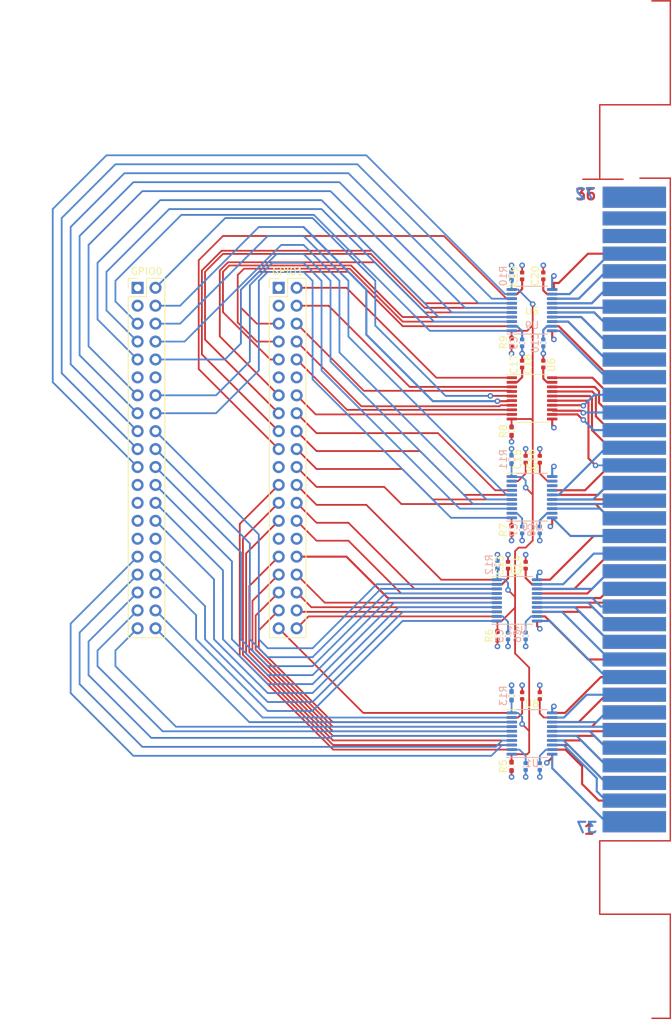
<source format=kicad_pcb>
(kicad_pcb (version 20221018) (generator pcbnew)
  (layers (0 "F.Cu" signal) (1 "In1.Cu" signal) (2 "In2.Cu" signal) (31 "B.Cu" signal) (34 "B.Paste" user) (35 "F.Paste" user) (36 "B.SilkS" user "B.Silkscreen") (37 "F.SilkS" user "F.Silkscreen") (38 "B.Mask" user) (39 "F.Mask" user) (44 "Edge.Cuts" user))
  (net 0 "")
  (net 1 "GND")
  (net 2 "(2)CPUA11")
  (net 3 "(3)CPUA10")
  (net 4 "(4)CPUA9")
  (net 5 "(5)CPUA8")
  (net 6 "(6)CPUA7")
  (net 7 "(7)CPUA6")
  (net 8 "(8)CPUA5")
  (net 9 "(9)CPUA4")
  (net 10 "(10)CPUA3")
  (net 11 "(11)CPUA2")
  (net 12 "(12)CPUA1")
  (net 13 "(13)CPUA0")
  (net 14 "(14)CPU.R{slash}W")
  (net 15 "(15){slash}IRQ")
  (net 16 "(16)EXP0")
  (net 17 "(17)EXP1")
  (net 18 "(18)EXP2")
  (net 19 "(19)EXP3")
  (net 20 "(20)EXP4")
  (net 21 "(21)PPU{slash}RD")
  (net 22 "(22)CIRAMA10")
  (net 23 "(23)PPUA6")
  (net 24 "(24)PPUA5")
  (net 25 "(25)PPUA4")
  (net 26 "(26)PPUA3")
  (net 27 "(27)PPUA2")
  (net 28 "(28)PPUA1")
  (net 29 "(29)PPUA0")
  (net 30 "(33)PPUD3")
  (net 31 "(32)PPUD2")
  (net 32 "(31)PPUD1")
  (net 33 "(30)PPUD0")
  (net 34 "(34)CICtoPak")
  (net 35 "(35)CICtoMB")
  (net 36 "(64)PPUA12")
  (net 37 "(65)PPUA13")
  (net 38 "(66)PPUD7")
  (net 39 "(67)PPUD6")
  (net 40 "(63)PPUA10")
  (net 41 "(58)PPU{slash}A13")
  (net 42 "(60)PPUA8")
  (net 43 "(59)PPUA7")
  (net 44 "(61)PPUA9")
  (net 45 "(62)PPUA11")
  (net 46 "(37)SYSTEM CLK")
  (net 47 "(38)M2")
  (net 48 "(39)CPUA12")
  (net 49 "(40)CPUA13")
  (net 50 "(53)EXP7")
  (net 51 "(51)EXP9")
  (net 52 "(52)EXP8")
  (net 53 "(42)CPUD7")
  (net 54 "(47)CPUD2")
  (net 55 "(56)PPU{slash}RD")
  (net 56 "(43)CPUD6")
  (net 57 "(45)CPUD4")
  (net 58 "(50){slash}ROMSEL ({slash}A15 + {slash}M2)")
  (net 59 "(46)CPUD3")
  (net 60 "(49)CPUD0")
  (net 61 "(55)EXP5")
  (net 62 "(48)CPUD1")
  (net 63 "(44)CPUD5")
  (net 64 "(41)CPUA14")
  (net 65 "(54)EXP6")
  (net 66 "(57)CIRAM{slash}CE")
  (net 67 "(68)PPUD5")
  (net 68 "(69)PPUD4")
  (net 69 "(30C)PPUD0")
  (net 70 "(31C)PPUD1")
  (net 71 "(32C)PPUD2")
  (net 72 "(33C)PPUD3")
  (net 73 "(69C)PPUD4")
  (net 74 "(68C)PPUD5")
  (net 75 "(67C)PPUD6")
  (net 76 "(66C)PPUD7")
  (net 77 "(49C)CPUD0")
  (net 78 "(48C)CPUD1")
  (net 79 "(47C)CPUD2")
  (net 80 "(46C)CPUD3")
  (net 81 "(45C)CPUD4")
  (net 82 "(44C)CPUD5")
  (net 83 "(43C)CPUD6")
  (net 84 "(42C)CPUD7")
  (net 85 "(39C)CPUA12")
  (net 86 "(40C)CPUA13")
  (net 87 "(41C)CPUA14")
  (net 88 "(2C)CPUA11")
  (net 89 "(3C)CPUA10")
  (net 90 "(4C)CPUA9")
  (net 91 "(5C)CPUA8")
  (net 92 "(6C)CPUA7")
  (net 93 "(7C)CPUA6")
  (net 94 "(8C)CPUA5")
  (net 95 "(9C)CPUA4")
  (net 96 "(10C)CPUA3")
  (net 97 "(11C)CPUA2")
  (net 98 "(12C)CPUA1")
  (net 99 "(13C)CPUA0")
  (net 100 "(65C)PPUA13")
  (net 101 "(64C)PPUA12")
  (net 102 "(63C)PPUA10")
  (net 103 "(62C)PPUA11")
  (net 104 "(61C)PPUA9")
  (net 105 "+5V")
  (net 106 "(59C)PPUA7")
  (net 107 "(23C)PPUA6")
  (net 108 "(24C)PPUA5")
  (net 109 "(25C)PPUA4")
  (net 110 "(26C)PPUA3")
  (net 111 "(27C)PPUA2")
  (net 112 "(28C)PPUA1")
  (net 113 "(29C)PPUA0")
  (net 115 "(14C)CPU.R{slash}W")
  (net 116 "(15C){slash}IRQ")
  (net 117 "(57C)CIRAM{slash}CE")
  (net 118 "(22C)CIRAMA10")
  (net 120 "(38C)M2")
  (net 121 "(50C){slash}ROMSEL ({slash}A15 + {slash}M2)")
  (net 122 "(37C)SYSTEM CLK")
  (net 123 "(58C)PPU{slash}A13")
  (net 124 "(21C)PPU{slash}RD")
  (net 125 "(56C)PPU{slash}RD")
  (net 126 "(20C)EXP4")
  (net 127 "(55C)EXP5")
  (net 128 "(54C)EXP6")
  (net 129 "(19C)EXP3")
  (net 130 "(53C)EXP7")
  (net 131 "(18C)EXP2")
  (net 132 "(52C)EXP8")
  (net 133 "(17C)EXP1")
  (net 134 "(51C)EXP9")
  (net 135 "(16C)EXP0")
  (net 144 "+3.3V")
  (net 145 "(60C)PPUA8")
  (net 153 "OE_FPGA")
  (footprint "Resistor_SMD:R_0402_1005Metric_Pad0.72x0.64mm_HandSolder" (layer "F.Cu") (at 142.5 68.4025 90)
    (fp_text reference "R9")
    (fp_text value "R")
  )
  (footprint "Connector_PinHeader_2.54mm:PinHeader_2x20_P2.54mm_Vertical" (layer "F.Cu") (at 109.5 60.68)
    (fp_text reference "GPIO1")
    (fp_text value "Conn_02x20_Odd_Even")
  )
  (footprint "Capacitor_SMD:C_0402_1005Metric" (layer "F.Cu") (at 147 59 90)
    (fp_text reference "C20")
    (fp_text value "100n")
  )
  (footprint "Connector_PinHeader_2.54mm:PinHeader_2x20_P2.54mm_Vertical" (layer "F.Cu") (at 89.5 60.68)
    (fp_text reference "GPIO0")
    (fp_text value "Conn_02x20_Odd_Even")
  )
  (footprint "Package_SO:TSSOP-20_4.4x6.5mm_P0.65mm" (layer "F.Cu") (at 145.4 63.85)
    (fp_text reference "U5")
    (fp_text value "TXS0108EPW")
  )
  (footprint "OPENTENDO:NES_Edge_Connector" (layer "F.Cu") (at 153.65 154.1 90)
    (fp_text reference "J1" hide)
    (fp_text value "Conn_02x36_Top_Bottom" hide)
  )
  (footprint "Resistor_SMD:R_0402_1005Metric_Pad0.72x0.64mm_HandSolder" (layer "F.Cu") (at 140.5 110 90)
    (fp_text reference "R6")
    (fp_text value "R")
  )
  (footprint "Capacitor_SMD:C_0402_1005Metric" (layer "F.Cu") (at 147 71.5 90)
    (fp_text reference "C18")
    (fp_text value "100n")
  )
  (footprint "Resistor_SMD:R_0402_1005Metric_Pad0.72x0.64mm_HandSolder" (layer "F.Cu") (at 142.5 81 90)
    (fp_text reference "R8")
    (fp_text value "R")
  )
  (footprint "Capacitor_SMD:C_0402_1005Metric" (layer "F.Cu") (at 146.5 118.48 90)
    (fp_text reference "C12" hide)
    (fp_text value "100n")
  )
  (footprint "Package_SO:TSSOP-20_4.4x6.5mm_P0.65mm" (layer "F.Cu") (at 145.4 123.85)
    (fp_text reference "U8")
    (fp_text value "TXS0108EPW")
  )
  (footprint "Capacitor_SMD:C_0402_1005Metric" (layer "F.Cu") (at 144.5 100 90)
    (fp_text reference "C14")
    (fp_text value "100n")
  )
  (footprint "Resistor_SMD:R_0402_1005Metric_Pad0.72x0.64mm_HandSolder" (layer "F.Cu") (at 142.5 95 90)
    (fp_text reference "R7")
    (fp_text value "R")
  )
  (footprint "Package_SO:TSSOP-20_4.4x6.5mm_P0.65mm" (layer "F.Cu") (at 143.2625 104.975)
    (fp_text reference "U7")
    (fp_text value "TXS0108EPW")
  )
  (footprint "Capacitor_SMD:C_0402_1005Metric" (layer "F.Cu") (at 144 59 90)
    (fp_text reference "C19")
    (fp_text value "100n")
  )
  (footprint "Capacitor_SMD:C_0402_1005Metric" (layer "F.Cu") (at 144.5 84.98 90)
    (fp_text reference "C15")
    (fp_text value "100n")
  )
  (footprint "Capacitor_SMD:C_0402_1005Metric" (layer "F.Cu") (at 144 71.5 90)
    (fp_text reference "C17")
    (fp_text value "100n")
  )
  (footprint "Resistor_SMD:R_0402_1005Metric_Pad0.72x0.64mm_HandSolder" (layer "F.Cu") (at 142.5 128.5 90)
    (fp_text reference "R5")
    (fp_text value "R")
  )
  (footprint "Package_SO:TSSOP-20_4.4x6.5mm_P0.65mm" (layer "F.Cu") (at 145.4 76.35)
    (fp_text reference "U6")
    (fp_text value "TXS0108EPW" hide)
  )
  (footprint "Capacitor_SMD:C_0402_1005Metric" (layer "F.Cu") (at 146.5 84.98 90)
    (fp_text reference "C16")
    (fp_text value "100n")
  )
  (footprint "Capacitor_SMD:C_0402_1005Metric" (layer "F.Cu") (at 142 100 90)
    (fp_text reference "C13")
    (fp_text value "100n")
  )
  (footprint "Package_SO:TSSOP-20_4.4x6.5mm_P0.65mm" (layer "F.Cu") (at 145.4 90.35)
    (fp_text reference "U2")
    (fp_text value "TXS0108EPW")
  )
  (footprint "Capacitor_SMD:C_0402_1005Metric" (layer "F.Cu") (at 144 118.48 90)
    (fp_text reference "C11" hide)
    (fp_text value "100n")
  )
  (footprint "Package_SO:TSSOP-20_4.4x6.5mm_P0.65mm" (layer "B.Cu") (at 145.4025 123.855)
    (fp_text reference "U1")
    (fp_text value "TXS0108EPW")
  )
  (footprint "Package_SO:TSSOP-20_4.4x6.5mm_P0.65mm" (layer "B.Cu") (at 143.26 104.97)
    (fp_text reference "U11")
    (fp_text value "TXS0108EPW")
  )
  (footprint "Resistor_SMD:R_0402_1005Metric_Pad0.72x0.64mm_HandSolder" (layer "B.Cu") (at 142.5 85 -90)
    (fp_text reference "R11")
    (fp_text value "R")
  )
  (footprint "Capacitor_SMD:C_0402_1005Metric" (layer "B.Cu") (at 144 95 -90)
    (fp_text reference "C7")
    (fp_text value "100n")
  )
  (footprint "Capacitor_SMD:C_0402_1005Metric" (layer "B.Cu") (at 144 68.48 -90)
    (fp_text reference "C9")
    (fp_text value "100n")
  )
  (footprint "Resistor_SMD:R_0402_1005Metric_Pad0.72x0.64mm_HandSolder" (layer "B.Cu") (at 142.5 59 -90)
    (fp_text reference "R10")
    (fp_text value "R")
  )
  (footprint "Capacitor_SMD:C_0402_1005Metric" (layer "B.Cu") (at 147 68.48 -90)
    (fp_text reference "C10")
    (fp_text value "100n")
  )
  (footprint "Capacitor_SMD:C_0402_1005Metric" (layer "B.Cu") (at 142 110.02 -90)
    (fp_text reference "C5")
    (fp_text value "100n")
  )
  (footprint "Resistor_SMD:R_0402_1005Metric_Pad0.72x0.64mm_HandSolder" (layer "B.Cu") (at 142.5 118.5 -90)
    (fp_text reference "R13")
    (fp_text value "R")
  )
  (footprint "Package_SO:TSSOP-20_4.4x6.5mm_P0.65mm" (layer "B.Cu") (at 145.4 90.35)
    (fp_text reference "U10")
    (fp_text value "TXS0108EPW")
  )
  (footprint "Resistor_SMD:R_0402_1005Metric_Pad0.72x0.64mm_HandSolder" (layer "B.Cu") (at 140.5 99.9025 -90)
    (fp_text reference "R12")
    (fp_text value "R")
  )
  (footprint "Capacitor_SMD:C_0402_1005Metric" (layer "B.Cu") (at 146.5 95 -90)
    (fp_text reference "C8")
    (fp_text value "100n")
  )
  (footprint "Package_SO:TSSOP-20_4.4x6.5mm_P0.65mm" (layer "B.Cu") (at 145.4 63.85)
    (fp_text reference "U9")
    (fp_text value "TXS0108EPW")
  )
  (footprint "Capacitor_SMD:C_0402_1005Metric" (layer "B.Cu") (at 144.5 110.02 -90)
    (fp_text reference "C6")
    (fp_text value "100n")
  )
  (footprint "Capacitor_SMD:C_0402_1005Metric" (layer "B.Cu") (at 144.5 128.52 -90)
    (fp_text reference "C3" hide)
    (fp_text value "100n")
  )
  (footprint "Capacitor_SMD:C_0402_1005Metric" (layer "B.Cu") (at 146.5 128.52 -90)
    (fp_text reference "C4" hide)
    (fp_text value "100n")
  )
  (gr_line (start 165 20.025) (end 162.4 20.025) (stroke (width 0.2)) (layer "F.Cu"))
  (gr_line (start 165 139.05) (end 165 136.85) (stroke (width 0.2)) (layer "F.Cu"))
  (gr_line (start 165 164.2) (end 162.4 164.2) (stroke (width 0.2)) (layer "F.Cu"))
  (gr_line (start 160.4 139.05) (end 165 139.05) (stroke (width 0.2)) (layer "F.Cu"))
  (gr_line (start 165 34.75) (end 165 20) (stroke (width 0.2)) (layer "F.Cu"))
  (gr_line (start 165 136.85) (end 165 47.85) (stroke (width 0.2)) (layer "F.Cu"))
  (gr_line (start 165 149.45) (end 165 164.2) (stroke (width 0.2)) (layer "F.Cu"))
  (gr_line locked (start 152.6 45.3) (end 158.3 45.3) (stroke (width 0.2)) (layer "F.Cu"))
  (gr_line (start 155 34.75) (end 165 34.75) (stroke (width 0.2)) (layer "F.Cu"))
  (gr_line (start 165 45.15) (end 165 45.85) (stroke (width 0.2)) (layer "F.Cu"))
  (gr_line (start 155 139.05) (end 155 149.45) (stroke (width 0.2)) (layer "F.Cu"))
  (gr_line (start 155 139.05) (end 160.4 139.05) (stroke (width 0.2)) (layer "F.Cu"))
  (gr_line (start 155 149.45) (end 165 149.45) (stroke (width 0.2)) (layer "F.Cu"))
  (gr_line (start 165 47.85) (end 165 45.85) (stroke (width 0.2)) (layer "F.Cu"))
  (gr_line (start 155 34.75) (end 155 45.15) (stroke (width 0.2)) (layer "F.Cu"))
  (gr_line (start 160.7 45.15) (end 165 45.15) (stroke (width 0.2)) (layer "F.Cu"))
  (gr_text "1\n" (at 152.6 138.25) (layer "F.Cu") (effects (font (size 1.5 1.5) (thickness 0.3) bold) (justify left bottom)))
  (gr_text "36" (at 151.4 48.35) (layer "F.Cu") (effects (font (size 1.5 1.5) (thickness 0.3) bold) (justify left bottom)))
  (gr_text "37\n" (at 154.8 138.05) (layer "B.Cu") (effects (font (size 1.5 1.5) (thickness 0.3) bold) (justify left bottom mirror)))
  (gr_text "72\n" (at 154.6 48.25) (layer "B.Cu") (effects (font (size 1.5 1.5) (thickness 0.3) bold) (justify left bottom mirror)))
  (segment (start 142.5 130) (end 142.5 129.0975) (width 0.25) (layer "F.Cu") (net 1))
  (segment (start 148.2625 127.2375) (end 147.5 128) (width 0.3) (layer "F.Cu") (net 1))
  (segment (start 148.2625 93.275) (end 148.2625 94.2375) (width 0.3) (layer "F.Cu") (net 1))
  (segment (start 144 118) (end 144 117) (width 0.25) (layer "F.Cu") (net 1))
  (segment (start 144.5 84.5) (end 144.5 83.5) (width 0.25) (layer "F.Cu") (net 1))
  (segment (start 146.125 107.9) (end 146.125 108.625) (width 0.3) (layer "F.Cu") (net 1))
  (segment (start 142.5 81.5975) (end 142.5 82.5) (width 0.25) (layer "F.Cu") (net 1))
  (segment (start 140.5 110.5975) (end 140.5 111.5) (width 0.25) (layer "F.Cu") (net 1))
  (segment (start 148.2625 67.7625) (end 148.5 68) (width 0.3) (layer "F.Cu") (net 1))
  (segment (start 144 58.52) (end 144 57.5) (width 0.25) (layer "F.Cu") (net 1))
  (segment (start 144 70) (end 144 71.02) (width 0.3) (layer "F.Cu") (net 1))
  (segment (start 147 70) (end 147 71.02) (width 0.3) (layer "F.Cu") (net 1))
  (segment (start 147 58.52) (end 147 57.5) (width 0.25) (layer "F.Cu") (net 1))
  (segment (start 146.125 108.625) (end 146.5 109) (width 0.3) (layer "F.Cu") (net 1))
  (segment (start 142 99.52) (end 142 98.5) (width 0.25) (layer "F.Cu") (net 1))
  (segment (start 142.5 69) (end 142.5 70) (width 0.25) (layer "F.Cu") (net 1))
  (segment (start 148.2625 80.2625) (end 148.5 80.5) (width 0.3) (layer "F.Cu") (net 1))
  (segment (start 142.5 95.5975) (end 142.5 96.5) (width 0.25) (layer "F.Cu") (net 1))
  (segment (start 144.5 99.52) (end 144.5 98.5) (width 0.25) (layer "F.Cu") (net 1))
  (segment (start 146.5 118) (end 146.5 117) (width 0.25) (layer "F.Cu") (net 1))
  (segment (start 146.5 84.5) (end 146.5 83.5) (width 0.25) (layer "F.Cu") (net 1))
  (segment (start 148.2625 94.2375) (end 148 94.5) (width 0.3) (layer "F.Cu") (net 1))
  (segment (start 148.2625 126.775) (end 148.2625 127.2375) (width 0.3) (layer "F.Cu") (net 1))
  (segment (start 148.2625 79.275) (end 148.2625 80.2625) (width 0.3) (layer "F.Cu") (net 1))
  (segment (start 148.2625 66.775) (end 148.2625 67.7625) (width 0.3) (layer "F.Cu") (net 1))
  (via (at 148.5 59) (size 0.8) (drill 0.4) (layers "F.Cu" "B.Cu") (net 1))
  (via (at 142.5 82.5) (size 0.8) (drill 0.4) (layers "F.Cu" "B.Cu") (net 1))
  (via (at 146.5 117) (size 0.8) (drill 0.4) (layers "F.Cu" "B.Cu") (net 1))
  (via (at 144.5 130) (size 0.8) (drill 0.4) (layers "F.Cu" "B.Cu") (net 1))
  (via (at 142.5 70) (size 0.8) (drill 0.4) (layers "F.Cu" "B.Cu") (net 1))
  (via (at 146.5 109) (size 0.8) (drill 0.4) (layers "F.Cu" "B.Cu") (net 1))
  (via (at 144.5 111.5) (size 0.8) (drill 0.4) (layers "F.Cu" "B.Cu") (net 1))
  (via (at 144.5 83.5) (size 0.8) (drill 0.4) (layers "F.Cu" "B.Cu") (net 1))
  (via (at 147 70) (size 0.8) (drill 0.4) (layers "F.Cu" "B.Cu") (net 1))
  (via (at 147 57.5) (size 0.8) (drill 0.4) (layers "F.Cu" "B.Cu") (net 1))
  (via (at 144 117) (size 0.8) (drill 0.4) (layers "F.Cu" "B.Cu") (net 1))
  (via (at 144 70) (size 0.8) (drill 0.4) (layers "F.Cu" "B.Cu") (net 1))
  (via (at 148.5 80.5) (size 0.8) (drill 0.4) (layers "F.Cu" "B.Cu") (net 1))
  (via (at 146.5 130) (size 0.8) (drill 0.4) (layers "F.Cu" "B.Cu") (net 1))
  (via (at 146.5 96.5) (size 0.8) (drill 0.4) (layers "F.Cu" "B.Cu") (net 1))
  (via (at 142.5 117) (size 0.8) (drill 0.4) (layers "F.Cu" "B.Cu") (net 1))
  (via (at 144 57.5) (size 0.8) (drill 0.4) (layers "F.Cu" "B.Cu") (net 1))
  (via (at 140.5 111.5) (size 0.8) (drill 0.4) (layers "F.Cu" "B.Cu") (net 1))
  (via (at 148.5 120) (size 0.8) (drill 0.4) (layers "F.Cu" "B.Cu") (net 1))
  (via (at 148.5 86) (size 0.8) (drill 0.4) (layers "F.Cu" "B.Cu") (net 1))
  (via (at 148.5 68) (size 0.8) (drill 0.4) (layers "F.Cu" "B.Cu") (net 1))
  (via (at 142.5 57.5) (size 0.8) (drill 0.4) (layers "F.Cu" "B.Cu") (net 1))
  (via (at 144 96.5) (size 0.8) (drill 0.4) (layers "F.Cu" "B.Cu") (net 1))
  (via (at 140.5 98.5) (size 0.8) (drill 0.4) (layers "F.Cu" "B.Cu") (net 1))
  (via (at 146.5 101) (size 0.8) (drill 0.4) (layers "F.Cu" "B.Cu") (net 1))
  (via (at 144.5 98.5) (size 0.8) (drill 0.4) (layers "F.Cu" "B.Cu") (net 1))
  (via (at 142.5 83.5) (size 0.8) (drill 0.4) (layers "F.Cu" "B.Cu") (net 1))
  (via (at 147.5 128) (size 0.8) (drill 0.4) (layers "F.Cu" "B.Cu") (net 1))
  (via (at 142.5 96.5) (size 0.8) (drill 0.4) (layers "F.Cu" "B.Cu") (net 1))
  (via (at 146.5 83.5) (size 0.8) (drill 0.4) (layers "F.Cu" "B.Cu") (net 1))
  (via (at 142.5 130) (size 0.8) (drill 0.4) (layers "F.Cu" "B.Cu") (net 1))
  (via (at 142 98.5) (size 0.8) (drill 0.4) (layers "F.Cu" "B.Cu") (net 1))
  (via (at 142 111.5) (size 0.8) (drill 0.4) (layers "F.Cu" "B.Cu") (net 1))
  (via (at 148 94.5) (size 0.8) (drill 0.4) (layers "F.Cu" "B.Cu") (net 1))
  (segment (start 144 96.5) (end 144 95.48) (width 0.25) (layer "B.Cu") (net 1))
  (segment (start 148.2625 59.2375) (end 148.5 59) (width 0.3) (layer "B.Cu") (net 1))
  (segment (start 148.265 120.93) (end 148.265 120.235) (width 0.3) (layer "B.Cu") (net 1))
  (segment (start 142.5 84.4025) (end 142.5 83.5) (width 0.25) (layer "B.Cu") (net 1))
  (segment (start 147 68.96) (end 147 70) (width 0.3) (layer "B.Cu") (net 1))
  (segment (start 144.5 130) (end 144.5 129) (width 0.25) (layer "B.Cu") (net 1))
  (segment (start 148.265 120.235) (end 148.5 120) (width 0.3) (layer "B.Cu") (net 1))
  (segment (start 144.5 110.5) (end 144.5 111.5) (width 0.25) (layer "B.Cu") (net 1))
  (segment (start 142 110.5) (end 142 111.5) (width 0.25) (layer "B.Cu") (net 1))
  (segment (start 144 68.96) (end 144 70) (width 0.3) (layer "B.Cu") (net 1))
  (segment (start 142.5 117.9025) (end 142.5 117) (width 0.25) (layer "B.Cu") (net 1))
  (segment (start 146.1225 101.3775) (end 146.5 101) (width 0.3) (layer "B.Cu") (net 1))
  (segment (start 148.2625 60.925) (end 148.2625 59.2375) (width 0.3) (layer "B.Cu") (net 1))
  (segment (start 140.5 99.305) (end 140.5 98.5) (width 0.25) (layer "B.Cu") (net 1))
  (segment (start 146.5 96.5) (end 146.5 95.48) (width 0.25) (layer "B.Cu") (net 1))
  (segment (start 146.5 130) (end 146.5 129) (width 0.25) (layer "B.Cu") (net 1))
  (segment (start 146.1225 102.045) (end 146.1225 101.3775) (width 0.3) (layer "B.Cu") (net 1))
  (segment (start 148.2625 87.425) (end 148.2625 86.2375) (width 0.3) (layer "B.Cu") (net 1))
  (segment (start 142.5 58.4025) (end 142.5 57.5) (width 0.25) (layer "B.Cu") (net 1))
  (segment (start 148.2625 86.2375) (end 148.5 86) (width 0.3) (layer "B.Cu") (net 1))
  (segment (start 150.125 126.125) (end 152.5 128.5) (width 0.3) (layer "F.Cu") (net 2))
  (segment (start 148.2625 126.125) (end 150.125 126.125) (width 0.3) (layer "F.Cu") (net 2))
  (segment (start 154.85 133.35) (end 159.9 133.35) (width 0.3) (layer "F.Cu") (net 2))
  (segment (start 152.5 128.5) (end 152.5 131) (width 0.3) (layer "F.Cu") (net 2))
  (segment (start 152.5 131) (end 154.85 133.35) (width 0.3) (layer "F.Cu") (net 2))
  (segment (start 155.9 130.85) (end 159.4 130.85) (width 0.3) (layer "F.Cu") (net 3))
  (segment (start 150.525 125.475) (end 155.9 130.85) (width 0.3) (layer "F.Cu") (net 3))
  (segment (start 148.2625 125.475) (end 150.525 125.475) (width 0.3) (layer "F.Cu") (net 3))
  (segment (start 148.2625 124.825) (end 152.375 124.825) (width 0.3) (layer "F.Cu") (net 4))
  (segment (start 155.9 128.35) (end 159.4 128.35) (width 0.3) (layer "F.Cu") (net 4))
  (segment (start 152.375 124.825) (end 155.9 128.35) (width 0.3) (layer "F.Cu") (net 4))
  (segment (start 148.2625 124.175) (end 154.225 124.175) (width 0.3) (layer "F.Cu") (net 5))
  (segment (start 154.225 124.175) (end 155.9 125.85) (width 0.3) (layer "F.Cu") (net 5))
  (segment (start 155.9 125.85) (end 159.4 125.85) (width 0.3) (layer "F.Cu") (net 5))
  (segment (start 148.2625 123.525) (end 159.225 123.525) (width 0.3) (layer "F.Cu") (net 6))
  (segment (start 159.225 123.525) (end 159.4 123.35) (width 0.3) (layer "F.Cu") (net 6))
  (segment (start 148.2625 122.875) (end 153.875 122.875) (width 0.3) (layer "F.Cu") (net 7))
  (segment (start 155.9 120.85) (end 159.4 120.85) (width 0.3) (layer "F.Cu") (net 7))
  (segment (start 153.875 122.875) (end 155.9 120.85) (width 0.3) (layer "F.Cu") (net 7))
  (segment (start 148.2625 122.225) (end 152.025 122.225) (width 0.3) (layer "F.Cu") (net 8))
  (segment (start 155.9 118.35) (end 159.4 118.35) (width 0.3) (layer "F.Cu") (net 8))
  (segment (start 152.025 122.225) (end 155.9 118.35) (width 0.3) (layer "F.Cu") (net 8))
  (segment (start 155.15 115.85) (end 159.9 115.85) (width 0.3) (layer "F.Cu") (net 9))
  (segment (start 150.075 120.925) (end 155.15 115.85) (width 0.3) (layer "F.Cu") (net 9))
  (segment (start 148.2625 120.925) (end 150.075 120.925) (width 0.3) (layer "F.Cu") (net 9))
  (segment (start 146.125 107.25) (end 147.25 107.25) (width 0.3) (layer "F.Cu") (net 10))
  (segment (start 147.25 107.25) (end 153.35 113.35) (width 0.3) (layer "F.Cu") (net 10))
  (segment (start 153.35 113.35) (end 159.9 113.35) (width 0.3) (layer "F.Cu") (net 10))
  (segment (start 146.125 106.6) (end 152.15 106.6) (width 0.3) (layer "F.Cu") (net 11))
  (segment (start 152.15 106.6) (end 156.4 110.85) (width 0.3) (layer "F.Cu") (net 11))
  (segment (start 156.4 110.85) (end 159.9 110.85) (width 0.3) (layer "F.Cu") (net 11))
  (segment (start 156.4 108.35) (end 159.9 108.35) (width 0.3) (layer "F.Cu") (net 12))
  (segment (start 146.125 105.95) (end 154 105.95) (width 0.3) (layer "F.Cu") (net 12))
  (segment (start 154 105.95) (end 156.4 108.35) (width 0.3) (layer "F.Cu") (net 12))
  (segment (start 146.125 105.3) (end 159.35 105.3) (width 0.3) (layer "F.Cu") (net 13))
  (segment (start 159.35 105.3) (end 159.9 105.85) (width 0.3) (layer "F.Cu") (net 13))
  (segment (start 156.4 103.35) (end 159.9 103.35) (width 0.3) (layer "F.Cu") (net 14))
  (segment (start 146.125 104.65) (end 155.1 104.65) (width 0.3) (layer "F.Cu") (net 14))
  (segment (start 155.1 104.65) (end 156.4 103.35) (width 0.3) (layer "F.Cu") (net 14))
  (segment (start 146.125 104) (end 153.25 104) (width 0.3) (layer "F.Cu") (net 15))
  (segment (start 156.4 100.85) (end 159.9 100.85) (width 0.3) (layer "F.Cu") (net 15))
  (segment (start 153.25 104) (end 156.4 100.85) (width 0.3) (layer "F.Cu") (net 15))
  (segment (start 151.4 103.35) (end 156.4 98.35) (width 0.3) (layer "F.Cu") (net 16))
  (segment (start 146.125 103.35) (end 151.4 103.35) (width 0.3) (layer "F.Cu") (net 16))
  (segment (start 156.4 98.35) (end 159.9 98.35) (width 0.3) (layer "F.Cu") (net 16))
  (segment (start 154.15 95.85) (end 159.9 95.85) (width 0.3) (layer "F.Cu") (net 17))
  (segment (start 146.125 102.05) (end 147.95 102.05) (width 0.3) (layer "F.Cu") (net 17))
  (segment (start 147.95 102.05) (end 154.15 95.85) (width 0.3) (layer "F.Cu") (net 17))
  (segment (start 154.41538 91.325) (end 156.44038 93.35) (width 0.3) (layer "F.Cu") (net 18))
  (segment (start 148.2625 91.325) (end 154.41538 91.325) (width 0.3) (layer "F.Cu") (net 18))
  (segment (start 156.44038 93.35) (end 159.9 93.35) (width 0.3) (layer "F.Cu") (net 18))
  (segment (start 159.725 90.675) (end 159.9 90.85) (width 0.3) (layer "F.Cu") (net 19))
  (segment (start 148.2625 90.675) (end 159.725 90.675) (width 0.3) (layer "F.Cu") (net 19))
  (segment (start 154.76538 90.025) (end 156.44038 88.35) (width 0.3) (layer "F.Cu") (net 20))
  (segment (start 156.44038 88.35) (end 159.9 88.35) (width 0.3) (layer "F.Cu") (net 20))
  (segment (start 148.2625 90.025) (end 154.76538 90.025) (width 0.3) (layer "F.Cu") (net 20))
  (segment (start 148.2625 89.375) (end 152.91538 89.375) (width 0.3) (layer "F.Cu") (net 21))
  (segment (start 152.91538 89.375) (end 156.44038 85.85) (width 0.3) (layer "F.Cu") (net 21))
  (segment (start 156.44038 85.85) (end 159.9 85.85) (width 0.3) (layer "F.Cu") (net 21))
  (segment (start 153.9 76.35) (end 153.9 80.85) (width 0.3) (layer "F.Cu") (net 22))
  (segment (start 153.9 80.85) (end 156.4 83.35) (width 0.3) (layer "F.Cu") (net 22))
  (segment (start 153.575 76.025) (end 153.9 76.35) (width 0.3) (layer "F.Cu") (net 22))
  (segment (start 156.4 83.35) (end 159.9 83.35) (width 0.3) (layer "F.Cu") (net 22))
  (segment (start 148.2625 76.025) (end 153.575 76.025) (width 0.3) (layer "F.Cu") (net 22))
  (segment (start 148.2625 75.375) (end 153.925 75.375) (width 0.3) (layer "F.Cu") (net 23))
  (segment (start 154.45 78.9) (end 156.4 80.85) (width 0.3) (layer "F.Cu") (net 23))
  (segment (start 154.45 75.9) (end 154.45 78.9) (width 0.3) (layer "F.Cu") (net 23))
  (segment (start 153.925 75.375) (end 154.45 75.9) (width 0.3) (layer "F.Cu") (net 23))
  (segment (start 156.4 80.85) (end 159.9 80.85) (width 0.3) (layer "F.Cu") (net 23))
  (segment (start 154.9 77) (end 156.25 78.35) (width 0.3) (layer "F.Cu") (net 24))
  (segment (start 148.2625 74.725) (end 154.275 74.725) (width 0.3) (layer "F.Cu") (net 24))
  (segment (start 154.9 75.35) (end 154.9 77) (width 0.3) (layer "F.Cu") (net 24))
  (segment (start 154.275 74.725) (end 154.9 75.35) (width 0.3) (layer "F.Cu") (net 24))
  (segment (start 156.25 78.35) (end 159.9 78.35) (width 0.3) (layer "F.Cu") (net 24))
  (segment (start 156.4 75.85) (end 153.975 73.425) (width 0.3) (layer "F.Cu") (net 25))
  (segment (start 156.425 76.025) (end 159.725 76.025) (width 0.25) (layer "F.Cu") (net 25))
  (segment (start 159.725 76.025) (end 159.9 75.85) (width 0.25) (layer "F.Cu") (net 25))
  (segment (start 159.9 75.85) (end 156.4 75.85) (width 0.3) (layer "F.Cu") (net 25))
  (segment (start 153.975 73.425) (end 148.2625 73.425) (width 0.3) (layer "F.Cu") (net 25))
  (segment (start 156.405024 73.35) (end 159.9 73.35) (width 0.3) (layer "F.Cu") (net 26))
  (segment (start 148.2625 66.125) (end 149.180024 66.125) (width 0.3) (layer "F.Cu") (net 26))
  (segment (start 149.180024 66.125) (end 156.405024 73.35) (width 0.3) (layer "F.Cu") (net 26))
  (segment (start 155.9 70.85) (end 159.4 70.85) (width 0.3) (layer "F.Cu") (net 27))
  (segment (start 150.525 65.475) (end 155.9 70.85) (width 0.3) (layer "F.Cu") (net 27))
  (segment (start 148.2625 65.475) (end 150.525 65.475) (width 0.3) (layer "F.Cu") (net 27))
  (segment (start 155.9 68.35) (end 159.4 68.35) (width 0.3) (layer "F.Cu") (net 28))
  (segment (start 148.2625 64.825) (end 152.375 64.825) (width 0.3) (layer "F.Cu") (net 28))
  (segment (start 152.375 64.825) (end 155.9 68.35) (width 0.3) (layer "F.Cu") (net 28))
  (segment (start 148.2625 64.175) (end 154.225 64.175) (width 0.3) (layer "F.Cu") (net 29))
  (segment (start 155.9 65.85) (end 159.4 65.85) (width 0.3) (layer "F.Cu") (net 29))
  (segment (start 154.225 64.175) (end 155.9 65.85) (width 0.3) (layer "F.Cu") (net 29))
  (segment (start 159.225 63.525) (end 159.4 63.35) (width 0.3) (layer "F.Cu") (net 30))
  (segment (start 148.2625 63.525) (end 159.225 63.525) (width 0.3) (layer "F.Cu") (net 30))
  (segment (start 153.875 62.875) (end 155.9 60.85) (width 0.3) (layer "F.Cu") (net 31))
  (segment (start 155.9 60.85) (end 159.4 60.85) (width 0.3) (layer "F.Cu") (net 31))
  (segment (start 148.2625 62.875) (end 153.875 62.875) (width 0.3) (layer "F.Cu") (net 31))
  (segment (start 148.2625 62.225) (end 152.025 62.225) (width 0.3) (layer "F.Cu") (net 32))
  (segment (start 152.025 62.225) (end 155.9 58.35) (width 0.3) (layer "F.Cu") (net 32))
  (segment (start 155.9 58.35) (end 159.4 58.35) (width 0.3) (layer "F.Cu") (net 32))
  (segment (start 153.3375 55.85) (end 159.9 55.85) (width 0.3) (layer "F.Cu") (net 33))
  (segment (start 148.5 60) (end 149.1875 60) (width 0.3) (layer "F.Cu") (net 33))
  (segment (start 149.1875 60) (end 153.3375 55.85) (width 0.3) (layer "F.Cu") (net 33))
  (segment (start 148.5 60.6875) (end 148.5 60) (width 0.3) (layer "F.Cu") (net 33))
  (segment (start 148.2625 60.925) (end 148.5 60.6875) (width 0.3) (layer "F.Cu") (net 33))
  (segment (start 148.2625 64.825) (end 152.375 64.825) (width 0.3) (layer "B.Cu") (net 36))
  (segment (start 152.375 64.825) (end 155.9 68.35) (width 0.3) (layer "B.Cu") (net 36))
  (segment (start 155.9 68.35) (end 159.4 68.35) (width 0.3) (layer "B.Cu") (net 36))
  (segment (start 148.2625 64.175) (end 154.225 64.175) (width 0.3) (layer "B.Cu") (net 37))
  (segment (start 155.9 65.85) (end 159.4 65.85) (width 0.3) (layer "B.Cu") (net 37))
  (segment (start 154.225 64.175) (end 155.9 65.85) (width 0.3) (layer "B.Cu") (net 37))
  (segment (start 159.225 63.525) (end 159.4 63.35) (width 0.3) (layer "B.Cu") (net 38))
  (segment (start 148.2625 63.525) (end 159.225 63.525) (width 0.3) (layer "B.Cu") (net 38))
  (segment (start 155.9 60.85) (end 159.4 60.85) (width 0.3) (layer "B.Cu") (net 39))
  (segment (start 148.2625 62.875) (end 153.875 62.875) (width 0.3) (layer "B.Cu") (net 39))
  (segment (start 153.875 62.875) (end 155.9 60.85) (width 0.3) (layer "B.Cu") (net 39))
  (segment (start 150.525 65.475) (end 155.9 70.85) (width 0.3) (layer "B.Cu") (net 40))
  (segment (start 148.2625 65.475) (end 150.525 65.475) (width 0.3) (layer "B.Cu") (net 40))
  (segment (start 155.9 70.85) (end 159.4 70.85) (width 0.3) (layer "B.Cu") (net 40))
  (segment (start 148.2625 90.025) (end 149.199695 90.025) (width 0.3) (layer "B.Cu") (net 41))
  (segment (start 149.199695 90.025) (end 155.874695 83.35) (width 0.3) (layer "B.Cu") (net 41))
  (segment (start 155.874695 83.35) (end 159.9 83.35) (width 0.3) (layer "B.Cu") (net 41))
  (segment (start 152.6755 78.399003) (end 152.376497 78.1) (width 0.3) (layer "F.Cu") (net 42))
  (segment (start 152.376497 78.1) (end 148.3875 78.1) (width 0.3) (layer "F.Cu") (net 42))
  (segment (start 148.3875 78.1) (end 148.2625 77.975) (width 0.3) (layer "F.Cu") (net 42))
  (via (at 152.6755 78.399003) (size 0.8) (drill 0.4) (layers "F.Cu" "B.Cu") (net 42))
  (segment (start 152.724503 78.35) (end 152.6755 78.399003) (width 0.3) (layer "B.Cu") (net 42))
  (segment (start 159.9 78.35) (end 152.724503 78.35) (width 0.3) (layer "B.Cu") (net 42))
  (segment (start 151.840836 78.625) (end 152.614342 79.398506) (width 0.3) (layer "F.Cu") (net 43))
  (segment (start 148.2625 78.625) (end 151.840836 78.625) (width 0.3) (layer "F.Cu") (net 43))
  (segment (start 152.614342 79.398506) (end 152.6755 79.398506) (width 0.3) (layer "F.Cu") (net 43))
  (via (at 152.6755 79.398506) (size 0.8) (drill 0.4) (layers "F.Cu" "B.Cu") (net 43))
  (segment (start 159.9 80.85) (end 154.126994 80.85) (width 0.3) (layer "B.Cu") (net 43))
  (segment (start 154.126994 80.85) (end 152.6755 79.398506) (width 0.3) (layer "B.Cu") (net 43))
  (segment (start 148.2625 77.325) (end 152.601 77.325) (width 0.3) (layer "F.Cu") (net 44))
  (segment (start 152.601 77.325) (end 152.6755 77.3995) (width 0.3) (layer "F.Cu") (net 44))
  (via (at 152.6755 77.3995) (size 0.8) (drill 0.4) (layers "F.Cu" "B.Cu") (net 44))
  (segment (start 154.225 75.85) (end 159.9 75.85) (width 0.3) (layer "B.Cu") (net 44))
  (segment (start 152.6755 77.3995) (end 154.225 75.85) (width 0.3) (layer "B.Cu") (net 44))
  (segment (start 149.325 66.775) (end 155.9 73.35) (width 0.3) (layer "B.Cu") (net 45))
  (segment (start 148.2625 66.775) (end 149.325 66.775) (width 0.3) (layer "B.Cu") (net 45))
  (segment (start 155.9 73.35) (end 159.4 73.35) (width 0.3) (layer "B.Cu") (net 45))
  (segment (start 148.265 126.78) (end 148.265 128.765) (width 0.3) (layer "B.Cu") (net 46))
  (segment (start 155.85 136.35) (end 159.9 136.35) (width 0.3) (layer "B.Cu") (net 46))
  (segment (start 148.265 128.765) (end 155.85 136.35) (width 0.3) (layer "B.Cu") (net 46))
  (segment (start 154.575 130.161396) (end 154.575 132.025) (width 0.3) (layer "B.Cu") (net 47))
  (segment (start 149.893604 125.48) (end 154.575 130.161396) (width 0.3) (layer "B.Cu") (net 47))
  (segment (start 155.9 133.35) (end 159.4 133.35) (width 0.3) (layer "B.Cu") (net 47))
  (segment (start 154.575 132.025) (end 155.9 133.35) (width 0.3) (layer "B.Cu") (net 47))
  (segment (start 148.265 125.48) (end 149.893604 125.48) (width 0.3) (layer "B.Cu") (net 47))
  (segment (start 148.265 124.83) (end 149.88 124.83) (width 0.3) (layer "B.Cu") (net 48))
  (segment (start 149.88 124.83) (end 155.9 130.85) (width 0.3) (layer "B.Cu") (net 48))
  (segment (start 155.9 130.85) (end 159.4 130.85) (width 0.3) (layer "B.Cu") (net 48))
  (segment (start 155.9 128.35) (end 159.4 128.35) (width 0.3) (layer "B.Cu") (net 49))
  (segment (start 148.265 124.18) (end 151.73 124.18) (width 0.3) (layer "B.Cu") (net 49))
  (segment (start 151.73 124.18) (end 155.9 128.35) (width 0.3) (layer "B.Cu") (net 49))
  (segment (start 148.2625 93.275) (end 148.275 93.275) (width 0.3) (layer "B.Cu") (net 50))
  (segment (start 148.275 93.275) (end 150.85 95.85) (width 0.3) (layer "B.Cu") (net 50))
  (segment (start 150.85 95.85) (end 159.9 95.85) (width 0.3) (layer "B.Cu") (net 50))
  (segment (start 156.4 100.85) (end 159.9 100.85) (width 0.3) (layer "B.Cu") (net 51))
  (segment (start 153.905 103.345) (end 156.4 100.85) (width 0.3) (layer "B.Cu") (net 51))
  (segment (start 146.1225 103.345) (end 153.905 103.345) (width 0.3) (layer "B.Cu") (net 51))
  (segment (start 154.15 98.35) (end 159.9 98.35) (width 0.3) (layer "B.Cu") (net 52))
  (segment (start 149.805 102.695) (end 154.15 98.35) (width 0.3) (layer "B.Cu") (net 52))
  (segment (start 146.1225 102.695) (end 149.805 102.695) (width 0.3) (layer "B.Cu") (net 52))
  (segment (start 158.93 122.88) (end 159.4 123.35) (width 0.3) (layer "B.Cu") (net 53))
  (segment (start 148.265 122.88) (end 158.93 122.88) (width 0.3) (layer "B.Cu") (net 53))
  (segment (start 156.4 110.85) (end 159.9 110.85) (width 0.3) (layer "B.Cu") (net 54))
  (segment (start 146.1225 105.945) (end 151.495 105.945) (width 0.3) (layer "B.Cu") (net 54))
  (segment (start 151.495 105.945) (end 156.4 110.85) (width 0.3) (layer "B.Cu") (net 54))
  (segment (start 156.4 88.35) (end 159.9 88.35) (width 0.3) (layer "B.Cu") (net 55))
  (segment (start 154.075 90.675) (end 156.4 88.35) (width 0.3) (layer "B.Cu") (net 55))
  (segment (start 148.2625 90.675) (end 154.075 90.675) (width 0.3) (layer "B.Cu") (net 55))
  (segment (start 154.52 122.23) (end 155.9 120.85) (width 0.3) (layer "B.Cu") (net 56))
  (segment (start 155.9 120.85) (end 159.4 120.85) (width 0.3) (layer "B.Cu") (net 56))
  (segment (start 148.265 122.23) (end 154.52 122.23) (width 0.3) (layer "B.Cu") (net 56))
  (segment (start 155.9 115.85) (end 159.4 115.85) (width 0.25) (layer "B.Cu") (net 57))
  (segment (start 146.1225 107.895) (end 147.945 107.895) (width 0.3) (layer "B.Cu") (net 57))
  (segment (start 147.945 107.895) (end 155.9 115.85) (width 0.3) (layer "B.Cu") (net 57))
  (segment (start 156.4 113.35) (end 159.9 113.35) (width 0.3) (layer "B.Cu") (net 59))
  (segment (start 146.1225 106.595) (end 149.645 106.595) (width 0.3) (layer "B.Cu") (net 59))
  (segment (start 149.645 106.595) (end 156.4 113.35) (width 0.3) (layer "B.Cu") (net 59))
  (segment (start 153.945 104.645) (end 155.15 105.85) (width 0.3) (layer "B.Cu") (net 60))
  (segment (start 146.1225 104.645) (end 153.945 104.645) (width 0.3) (layer "B.Cu") (net 60))
  (segment (start 155.15 105.85) (end 159.9 105.85) (width 0.3) (layer "B.Cu") (net 60))
  (segment (start 159.425 91.325) (end 159.9 90.85) (width 0.3) (layer "B.Cu") (net 61))
  (segment (start 148.2625 91.325) (end 159.425 91.325) (width 0.3) (layer "B.Cu") (net 61))
  (segment (start 156.4 108.35) (end 159.9 108.35) (width 0.3) (layer "B.Cu") (net 62))
  (segment (start 153.345 105.295) (end 156.4 108.35) (width 0.3) (layer "B.Cu") (net 62))
  (segment (start 146.1225 105.295) (end 153.345 105.295) (width 0.3) (layer "B.Cu") (net 62))
  (segment (start 153.15 118.35) (end 159.9 118.35) (width 0.3) (layer "B.Cu") (net 63))
  (segment (start 149.92 121.58) (end 153.15 118.35) (width 0.3) (layer "B.Cu") (net 63))
  (segment (start 148.265 121.58) (end 149.92 121.58) (width 0.3) (layer "B.Cu") (net 63))
  (segment (start 153.58 123.53) (end 155.9 125.85) (width 0.3) (layer "B.Cu") (net 64))
  (segment (start 148.265 123.53) (end 153.58 123.53) (width 0.3) (layer "B.Cu") (net 64))
  (segment (start 155.9 125.85) (end 159.4 125.85) (width 0.3) (layer "B.Cu") (net 64))
  (segment (start 155.025 91.975) (end 156.4 93.35) (width 0.3) (layer "B.Cu") (net 65))
  (segment (start 156.4 93.35) (end 159.9 93.35) (width 0.3) (layer "B.Cu") (net 65))
  (segment (start 148.2625 91.975) (end 155.025 91.975) (width 0.3) (layer "B.Cu") (net 65))
  (segment (start 153.4 84.85) (end 154.4 85.85) (width 0.3) (layer "F.Cu") (net 66))
  (segment (start 153.4 76.85) (end 153.4 84.85) (width 0.3) (layer "F.Cu") (net 66))
  (segment (start 148.2625 76.675) (end 153.225 76.675) (width 0.3) (layer "F.Cu") (net 66))
  (segment (start 153.225 76.675) (end 153.4 76.85) (width 0.3) (layer "F.Cu") (net 66))
  (via (at 154.4 85.85) (size 0.8) (drill 0.4) (layers "F.Cu" "B.Cu") (net 66))
  (segment (start 154.4 85.85) (end 159.9 85.85) (width 0.25) (layer "B.Cu") (net 66))
  (segment (start 148.2625 62.225) (end 152.025 62.225) (width 0.3) (layer "B.Cu") (net 67))
  (segment (start 155.9 58.35) (end 159.4 58.35) (width 0.3) (layer "B.Cu") (net 67))
  (segment (start 152.025 62.225) (end 155.9 58.35) (width 0.3) (layer "B.Cu") (net 67))
  (segment (start 148.2625 61.575) (end 150.71538 61.575) (width 0.3) (layer "B.Cu") (net 68))
  (segment (start 150.71538 61.575) (end 156.44038 55.85) (width 0.3) (layer "B.Cu") (net 68))
  (segment (start 156.44038 55.85) (end 159.9 55.85) (width 0.3) (layer "B.Cu") (net 68))
  (segment (start 98.16 56.78) (end 101.6 53.34) (width 0.25) (layer "F.Cu") (net 70))
  (segment (start 101.6 53.34) (end 132.915001 53.34) (width 0.25) (layer "F.Cu") (net 70))
  (segment (start 109.5 83.54) (end 98.16 72.2) (width 0.25) (layer "F.Cu") (net 70))
  (segment (start 98.16 72.2) (end 98.16 56.78) (width 0.25) (layer "F.Cu") (net 70))
  (segment (start 141.800001 62.225) (end 142.5375 62.225) (width 0.25) (layer "F.Cu") (net 70))
  (segment (start 132.915001 53.34) (end 141.800001 62.225) (width 0.25) (layer "F.Cu") (net 70))
  (segment (start 98.61 58.233604) (end 98.61 70.11) (width 0.25) (layer "F.Cu") (net 71))
  (segment (start 101.413604 55.43) (end 98.61 58.233604) (width 0.25) (layer "F.Cu") (net 71))
  (segment (start 142.5375 62.875) (end 130.187792 62.875) (width 0.25) (layer "F.Cu") (net 71))
  (segment (start 130.187792 62.875) (end 122.742792 55.43) (width 0.25) (layer "F.Cu") (net 71))
  (segment (start 122.742792 55.43) (end 101.413604 55.43) (width 0.25) (layer "F.Cu") (net 71))
  (segment (start 98.61 70.11) (end 109.5 81) (width 0.25) (layer "F.Cu") (net 71))
  (segment (start 99.06 58.42) (end 99.06 68.02) (width 0.25) (layer "F.Cu") (net 72))
  (segment (start 142.5375 63.525) (end 130.201396 63.525) (width 0.25) (layer "F.Cu") (net 72))
  (segment (start 130.201396 63.525) (end 122.556396 55.88) (width 0.25) (layer "F.Cu") (net 72))
  (segment (start 101.6 55.88) (end 99.06 58.42) (width 0.25) (layer "F.Cu") (net 72))
  (segment (start 122.556396 55.88) (end 101.6 55.88) (width 0.25) (layer "F.Cu") (net 72))
  (segment (start 99.06 68.02) (end 109.5 78.46) (width 0.25) (layer "F.Cu") (net 72))
  (segment (start 141.585 61.575) (end 121.92 41.91) (width 0.25) (layer "B.Cu") (net 73))
  (segment (start 142.5375 61.575) (end 141.585 61.575) (width 0.25) (layer "B.Cu") (net 73))
  (segment (start 77.47 74.05) (end 89.5 86.08) (width 0.25) (layer "B.Cu") (net 73))
  (segment (start 77.47 49.53) (end 77.47 74.05) (width 0.25) (layer "B.Cu") (net 73))
  (segment (start 121.92 41.91) (end 85.09 41.91) (width 0.25) (layer "B.Cu") (net 73))
  (segment (start 85.09 41.91) (end 77.47 49.53) (width 0.25) (layer "B.Cu") (net 73))
  (segment (start 120.65 43.18) (end 139.695 62.225) (width 0.25) (layer "B.Cu") (net 74))
  (segment (start 89.5 83.54) (end 78.74 72.78) (width 0.25) (layer "B.Cu") (net 74))
  (segment (start 86.36 43.18) (end 120.65 43.18) (width 0.25) (layer "B.Cu") (net 74))
  (segment (start 139.695 62.225) (end 142.5375 62.225) (width 0.25) (layer "B.Cu") (net 74))
  (segment (start 78.74 50.8) (end 86.36 43.18) (width 0.25) (layer "B.Cu") (net 74))
  (segment (start 78.74 72.78) (end 78.74 50.8) (width 0.25) (layer "B.Cu") (net 74))
  (segment (start 137.805 62.875) (end 119.38 44.45) (width 0.25) (layer "B.Cu") (net 75))
  (segment (start 119.38 44.45) (end 87.63 44.45) (width 0.25) (layer "B.Cu") (net 75))
  (segment (start 87.63 44.45) (end 80.01 52.07) (width 0.25) (layer "B.Cu") (net 75))
  (segment (start 142.5375 62.875) (end 137.805 62.875) (width 0.25) (layer "B.Cu") (net 75))
  (segment (start 80.01 71.51) (end 89.5 81) (width 0.25) (layer "B.Cu") (net 75))
  (segment (start 80.01 52.07) (end 80.01 71.51) (width 0.25) (layer "B.Cu") (net 75))
  (segment (start 88.9 45.72) (end 118.11 45.72) (width 0.25) (layer "B.Cu") (net 76))
  (segment (start 81.28 70.24) (end 81.28 53.34) (width 0.25) (layer "B.Cu") (net 76))
  (segment (start 135.915 63.525) (end 142.5375 63.525) (width 0.25) (layer "B.Cu") (net 76))
  (segment (start 81.28 53.34) (end 88.9 45.72) (width 0.25) (layer "B.Cu") (net 76))
  (segment (start 118.11 45.72) (end 135.915 63.525) (width 0.25) (layer "B.Cu") (net 76))
  (segment (start 89.5 78.46) (end 81.28 70.24) (width 0.25) (layer "B.Cu") (net 76))
  (segment (start 102.87 110.49) (end 102.87 99.45) (width 0.25) (layer "B.Cu") (net 77))
  (segment (start 114.3 115.57) (end 107.95 115.57) (width 0.25) (layer "B.Cu") (net 77))
  (segment (start 107.95 115.57) (end 102.87 110.49) (width 0.25) (layer "B.Cu") (net 77))
  (segment (start 125.225 104.645) (end 114.3 115.57) (width 0.25) (layer "B.Cu") (net 77))
  (segment (start 140.3975 104.645) (end 125.225 104.645) (width 0.25) (layer "B.Cu") (net 77))
  (segment (start 102.87 99.45) (end 92.04 88.62) (width 0.25) (layer "B.Cu") (net 77))
  (segment (start 101.6 110.49) (end 101.6 100.72) (width 0.25) (layer "B.Cu") (net 78))
  (segment (start 114.3 116.84) (end 107.95 116.84) (width 0.25) (layer "B.Cu") (net 78))
  (segment (start 125.845 105.295) (end 114.3 116.84) (width 0.25) (layer "B.Cu") (net 78))
  (segment (start 107.95 116.84) (end 101.6 110.49) (width 0.25) (layer "B.Cu") (net 78))
  (segment (start 101.6 100.72) (end 92.04 91.16) (width 0.25) (layer "B.Cu") (net 78))
  (segment (start 140.3975 105.295) (end 125.845 105.295) (width 0.25) (layer "B.Cu") (net 78))
  (segment (start 100.33 101.99) (end 92.04 93.7) (width 0.25) (layer "B.Cu") (net 79))
  (segment (start 126.465 105.945) (end 114.3 118.11) (width 0.25) (layer "B.Cu") (net 79))
  (segment (start 100.33 110.49) (end 100.33 101.99) (width 0.25) (layer "B.Cu") (net 79))
  (segment (start 114.3 118.11) (end 107.95 118.11) (width 0.25) (layer "B.Cu") (net 79))
  (segment (start 140.3975 105.945) (end 126.465 105.945) (width 0.25) (layer "B.Cu") (net 79))
  (segment (start 107.95 118.11) (end 100.33 110.49) (width 0.25) (layer "B.Cu") (net 79))
  (segment (start 114.3 119.38) (end 107.95 119.38) (width 0.25) (layer "B.Cu") (net 80))
  (segment (start 99.06 105.8) (end 92.04 98.78) (width 0.25) (layer "B.Cu") (net 80))
  (segment (start 140.3975 106.595) (end 127.085 106.595) (width 0.25) (layer "B.Cu") (net 80))
  (segment (start 99.06 110.49) (end 99.06 105.8) (width 0.25) (layer "B.Cu") (net 80))
  (segment (start 107.95 119.38) (end 99.06 110.49) (width 0.25) (layer "B.Cu") (net 80))
  (segment (start 127.085 106.595) (end 114.3 119.38) (width 0.25) (layer "B.Cu") (net 80))
  (segment (start 107.95 120.65) (end 97.79 110.49) (width 0.25) (layer "B.Cu") (net 81))
  (segment (start 114.3 120.65) (end 107.95 120.65) (width 0.25) (layer "B.Cu") (net 81))
  (segment (start 97.79 110.49) (end 97.79 107.07) (width 0.25) (layer "B.Cu") (net 81))
  (segment (start 127.055 107.895) (end 114.3 120.65) (width 0.25) (layer "B.Cu") (net 81))
  (segment (start 140.3975 107.895) (end 127.055 107.895) (width 0.25) (layer "B.Cu") (net 81))
  (segment (start 97.79 107.07) (end 92.04 101.32) (width 0.25) (layer "B.Cu") (net 81))
  (segment (start 142.54 121.58) (end 107.22 121.58) (width 0.25) (layer "B.Cu") (net 82))
  (segment (start 107.22 121.58) (end 92.04 106.4) (width 0.25) (layer "B.Cu") (net 82))
  (segment (start 142.54 122.23) (end 105.33 122.23) (width 0.25) (layer "B.Cu") (net 83))
  (segment (start 105.33 122.23) (end 92.04 108.94) (width 0.25) (layer "B.Cu") (net 83))
  (segment (start 94.94 122.88) (end 86.36 114.3) (width 0.25) (layer "B.Cu") (net 84))
  (segment (start 86.36 112.08) (end 89.5 108.94) (width 0.25) (layer "B.Cu") (net 84))
  (segment (start 86.36 114.3) (end 86.36 112.08) (width 0.25) (layer "B.Cu") (net 84))
  (segment (start 142.54 122.88) (end 94.94 122.88) (width 0.25) (layer "B.Cu") (net 84))
  (segment (start 83.82 112.08) (end 89.5 106.4) (width 0.25) (layer "B.Cu") (net 85))
  (segment (start 142.54 123.53) (end 93.05 123.53) (width 0.25) (layer "B.Cu") (net 85))
  (segment (start 83.82 114.3) (end 83.82 112.08) (width 0.25) (layer "B.Cu") (net 85))
  (segment (start 93.05 123.53) (end 83.82 114.3) (width 0.25) (layer "B.Cu") (net 85))
  (segment (start 82.55 115.57) (end 82.55 110.81) (width 0.25) (layer "B.Cu") (net 86))
  (segment (start 91.44 124.46) (end 82.55 115.57) (width 0.25) (layer "B.Cu") (net 86))
  (segment (start 116.84 124.46) (end 91.44 124.46) (width 0.25) (layer "B.Cu") (net 86))
  (segment (start 142.54 124.18) (end 117.12 124.18) (width 0.25) (layer "B.Cu") (net 86))
  (segment (start 117.12 124.18) (end 116.84 124.46) (width 0.25) (layer "B.Cu") (net 86))
  (segment (start 82.55 110.81) (end 89.5 103.86) (width 0.25) (layer "B.Cu") (net 86))
  (segment (start 81.28 109.54) (end 89.5 101.32) (width 0.25) (layer "B.Cu") (net 87))
  (segment (start 90.17 125.73) (end 81.28 116.84) (width 0.25) (layer "B.Cu") (net 87))
  (segment (start 142.54 124.83) (end 141.17 124.83) (width 0.25) (layer "B.Cu") (net 87))
  (segment (start 81.28 116.84) (end 81.28 109.54) (width 0.25) (layer "B.Cu") (net 87))
  (segment (start 141.17 124.83) (end 140.27 125.73) (width 0.25) (layer "B.Cu") (net 87))
  (segment (start 140.27 125.73) (end 90.17 125.73) (width 0.25) (layer "B.Cu") (net 87))
  (segment (start 103.98 112.878376) (end 103.98 94.14) (width 0.25) (layer "F.Cu") (net 88))
  (segment (start 117.226624 126.125) (end 103.98 112.878376) (width 0.25) (layer "F.Cu") (net 88))
  (segment (start 103.98 94.14) (end 109.5 88.62) (width 0.25) (layer "F.Cu") (net 88))
  (segment (start 142.5375 126.125) (end 117.226624 126.125) (width 0.25) (layer "F.Cu") (net 88))
  (segment (start 117.21302 125.475) (end 104.43 112.69198) (width 0.25) (layer "F.Cu") (net 89))
  (segment (start 104.43 112.69198) (end 104.43 96.23) (width 0.25) (layer "F.Cu") (net 89))
  (segment (start 142.5375 125.475) (end 117.21302 125.475) (width 0.25) (layer "F.Cu") (net 89))
  (segment (start 104.43 96.23) (end 109.5 91.16) (width 0.25) (layer "F.Cu") (net 89))
  (segment (start 104.88 112.505584) (end 104.88 98.32) (width 0.25) (layer "F.Cu") (net 90))
  (segment (start 104.88 98.32) (end 109.5 93.7) (width 0.25) (layer "F.Cu") (net 90))
  (segment (start 117.199416 124.825) (end 104.88 112.505584) (width 0.25) (layer "F.Cu") (net 90))
  (segment (start 142.5375 124.825) (end 117.199416 124.825) (width 0.25) (layer "F.Cu") (net 90))
  (segment (start 105.33 102.95) (end 109.5 98.78) (width 0.25) (layer "F.Cu") (net 91))
  (segment (start 117.185812 124.175) (end 105.33 112.319188) (width 0.25) (layer "F.Cu") (net 91))
  (segment (start 142.5375 124.175) (end 117.185812 124.175) (width 0.25) (layer "F.Cu") (net 91))
  (segment (start 105.33 112.319188) (end 105.33 102.95) (width 0.25) (layer "F.Cu") (net 91))
  (segment (start 142.5375 123.525) (end 117.172208 123.525) (width 0.25) (layer "F.Cu") (net 92))
  (segment (start 117.172208 123.525) (end 105.78 112.132792) (width 0.25) (layer "F.Cu") (net 92))
  (segment (start 105.78 112.132792) (end 105.78 105.04) (width 0.25) (layer "F.Cu") (net 92))
  (segment (start 105.78 105.04) (end 109.5 101.32) (width 0.25) (layer "F.Cu") (net 92))
  (segment (start 142.5375 122.875) (end 117.158604 122.875) (width 0.25) (layer "F.Cu") (net 93))
  (segment (start 106.23 107.13) (end 109.5 103.86) (width 0.25) (layer "F.Cu") (net 93))
  (segment (start 117.158604 122.875) (end 106.23 111.946396) (width 0.25) (layer "F.Cu") (net 93))
  (segment (start 106.23 111.946396) (end 106.23 107.13) (width 0.25) (layer "F.Cu") (net 93))
  (segment (start 142.5375 122.225) (end 117.145 122.225) (width 0.25) (layer "F.Cu") (net 94))
  (segment (start 106.68 111.76) (end 106.68 109.22) (width 0.25) (layer "F.Cu") (net 94))
  (segment (start 117.145 122.225) (end 106.68 111.76) (width 0.25) (layer "F.Cu") (net 94))
  (segment (start 106.68 109.22) (end 109.5 106.4) (width 0.25) (layer "F.Cu") (net 94))
  (segment (start 142.5375 120.925) (end 121.485 120.925) (width 0.25) (layer "F.Cu") (net 95))
  (segment (start 121.485 120.925) (end 109.5 108.94) (width 0.25) (layer "F.Cu") (net 95))
  (segment (start 112.04 108.94) (end 113.73 107.25) (width 0.25) (layer "F.Cu") (net 96))
  (segment (start 113.73 107.25) (end 140.4 107.25) (width 0.25) (layer "F.Cu") (net 96))
  (segment (start 112.24 106.6) (end 140.4 106.6) (width 0.25) (layer "F.Cu") (net 97))
  (segment (start 112.04 106.4) (end 112.24 106.6) (width 0.25) (layer "F.Cu") (net 97))
  (segment (start 112.04 103.86) (end 114.13 105.95) (width 0.25) (layer "F.Cu") (net 98))
  (segment (start 114.13 105.95) (end 140.4 105.95) (width 0.25) (layer "F.Cu") (net 98))
  (segment (start 116.02 105.3) (end 140.4 105.3) (width 0.25) (layer "F.Cu") (net 99))
  (segment (start 112.04 101.32) (end 116.02 105.3) (width 0.25) (layer "F.Cu") (net 99))
  (segment (start 82.55 54.61) (end 82.55 68.97) (width 0.25) (layer "B.Cu") (net 100))
  (segment (start 142.5375 64.175) (end 134.025 64.175) (width 0.25) (layer "B.Cu") (net 100))
  (segment (start 90.17 46.99) (end 82.55 54.61) (width 0.25) (layer "B.Cu") (net 100))
  (segment (start 116.84 46.99) (end 90.17 46.99) (width 0.25) (layer "B.Cu") (net 100))
  (segment (start 82.55 68.97) (end 89.5 75.92) (width 0.25) (layer "B.Cu") (net 100))
  (segment (start 134.025 64.175) (end 116.84 46.99) (width 0.25) (layer "B.Cu") (net 100))
  (segment (start 92.71 48.26) (end 115.57 48.26) (width 0.25) (layer "B.Cu") (net 101))
  (segment (start 83.82 65.16) (end 83.82 57.15) (width 0.25) (layer "B.Cu") (net 101))
  (segment (start 115.57 48.26) (end 132.135 64.825) (width 0.25) (layer "B.Cu") (net 101))
  (segment (start 89.5 70.84) (end 83.82 65.16) (width 0.25) (layer "B.Cu") (net 101))
  (segment (start 132.135 64.825) (end 142.5375 64.825) (width 0.25) (layer "B.Cu") (net 101))
  (segment (start 83.82 57.15) (end 92.71 48.26) (width 0.25) (layer "B.Cu") (net 101))
  (segment (start 89.5 68.3) (end 85.09 63.89) (width 0.25) (layer "B.Cu") (net 102))
  (segment (start 93.98 49.53) (end 115.57 49.53) (width 0.25) (layer "B.Cu") (net 102))
  (segment (start 115.57 49.53) (end 131.515 65.475) (width 0.25) (layer "B.Cu") (net 102))
  (segment (start 85.09 58.42) (end 93.98 49.53) (width 0.25) (layer "B.Cu") (net 102))
  (segment (start 131.515 65.475) (end 142.5375 65.475) (width 0.25) (layer "B.Cu") (net 102))
  (segment (start 85.09 63.89) (end 85.09 58.42) (width 0.25) (layer "B.Cu") (net 102))
  (segment (start 95.7 50.35) (end 86.36 59.69) (width 0.25) (layer "B.Cu") (net 103))
  (segment (start 142.5375 66.775) (end 130.911396 66.775) (width 0.25) (layer "B.Cu") (net 103))
  (segment (start 114.486396 50.35) (end 95.7 50.35) (width 0.25) (layer "B.Cu") (net 103))
  (segment (start 86.36 59.69) (end 86.36 62.62) (width 0.25) (layer "B.Cu") (net 103))
  (segment (start 130.911396 66.775) (end 114.486396 50.35) (width 0.25) (layer "B.Cu") (net 103))
  (segment (start 86.36 62.62) (end 89.5 65.76) (width 0.25) (layer "B.Cu") (net 103))
  (segment (start 114.745 78.625) (end 112.04 75.92) (width 0.25) (layer "F.Cu") (net 104))
  (segment (start 142.5375 78.625) (end 114.745 78.625) (width 0.25) (layer "F.Cu") (net 104))
  (segment (start 146.5 121) (end 146.5 118.96) (width 0.25) (layer "F.Cu") (net 105))
  (segment (start 147 61.05) (end 147 59.48) (width 0.3) (layer "F.Cu") (net 105))
  (segment (start 146.5 85.46) (end 146.5 87) (width 0.25) (layer "F.Cu") (net 105))
  (segment (start 147 73.55) (end 147 71.98) (width 0.3) (layer "F.Cu") (net 105))
  (segment (start 147.525 61.575) (end 147 61.05) (width 0.3) (layer "F.Cu") (net 105))
  (segment (start 144.5 101.798898) (end 145.401102 102.7) (width 0.3) (layer "F.Cu") (net 105))
  (segment (start 144.5 100.48) (end 144.5 101.798898) (width 0.3) (layer "F.Cu") (net 105))
  (segment (start 148.2625 74.075) (end 147.525 74.075) (width 0.3) (layer "F.Cu") (net 105))
  (segment (start 148.2625 121.575) (end 147.075 121.575) (width 0.25) (layer "F.Cu") (net 105))
  (segment (start 146.5 87) (end 147.575 88.075) (width 0.25) (layer "F.Cu") (net 105))
  (segment (start 147.575 88.075) (end 148.2625 88.075) (width 0.25) (layer "F.Cu") (net 105))
  (segment (start 156.4 47.85) (end 159.4 47.85) (width 0.3) (layer "F.Cu") (net 105))
  (segment (start 148.2625 61.575) (end 147.525 61.575) (width 0.3) (layer "F.Cu") (net 105))
  (segment (start 145.401102 102.7) (end 145.65 102.7) (width 0.3) (layer "F.Cu") (net 105))
  (segment (start 147.525 74.075) (end 147 73.55) (width 0.3) (layer "F.Cu") (net 105))
  (segment (start 147.075 121.575) (end 146.5 121) (width 0.25) (layer "F.Cu") (net 105))
  (segment (start 147.37 126.13) (end 148.265 126.13) (width 0.25) (layer "B.Cu") (net 105))
  (segment (start 147 66.65) (end 147.525 66.125) (width 0.3) (layer "B.Cu") (net 105))
  (segment (start 146.5 93.65) (end 147.525 92.625) (width 0.3) (layer "B.Cu") (net 105))
  (segment (start 144.5 109.54) (end 144.5 108) (width 0.25) (layer "B.Cu") (net 105))
  (segment (start 147.525 66.125) (end 148.2625 66.125) (width 0.3) (layer "B.Cu") (net 105))
  (segment (start 147.525 92.625) (end 148.2625 92.625) (width 0.3) (layer "B.Cu") (net 105))
  (segment (start 144.5 108) (end 145.255 107.245) (width 0.25) (layer "B.Cu") (net 105))
  (segment (start 147 68) (end 147 66.65) (width 0.3) (layer "B.Cu") (net 105))
  (segment (start 146.5 127) (end 147.37 126.13) (width 0.25) (layer "B.Cu") (net 105))
  (segment (start 146.5 94.52) (end 146.5 93.65) (width 0.3) (layer "B.Cu") (net 105))
  (segment (start 145.255 107.245) (end 146.1225 107.245) (width 0.25) (layer "B.Cu") (net 105))
  (segment (start 146.5 128.04) (end 146.5 127) (width 0.25) (layer "B.Cu") (net 105))
  (segment (start 142.5375 77.325) (end 140.950305 77.325) (width 0.25) (layer "F.Cu") (net 106))
  (segment (start 140.800305 77.475) (end 121.215 77.475) (width 0.25) (layer "F.Cu") (net 106))
  (segment (start 121.215 77.475) (end 112.04 68.3) (width 0.25) (layer "F.Cu") (net 106))
  (segment (start 140.950305 77.325) (end 140.800305 77.475) (width 0.25) (layer "F.Cu") (net 106))
  (segment (start 121.555 75.275) (end 112.04 65.76) (width 0.25) (layer "F.Cu") (net 107))
  (segment (start 142.4375 75.275) (end 121.555 75.275) (width 0.25) (layer "F.Cu") (net 107))
  (segment (start 142.5375 75.375) (end 142.4375 75.275) (width 0.25) (layer "F.Cu") (net 107))
  (segment (start 116.56 63.22) (end 112.04 63.22) (width 0.25) (layer "F.Cu") (net 108))
  (segment (start 142.5375 74.725) (end 128.065 74.725) (width 0.25) (layer "F.Cu") (net 108))
  (segment (start 128.065 74.725) (end 116.56 63.22) (width 0.25) (layer "F.Cu") (net 108))
  (segment (start 131.845 73.425) (end 119.1 60.68) (width 0.25) (layer "F.Cu") (net 109))
  (segment (start 119.1 60.68) (end 112.04 60.68) (width 0.25) (layer "F.Cu") (net 109))
  (segment (start 142.5375 73.425) (end 131.845 73.425) (width 0.25) (layer "F.Cu") (net 109))
  (segment (start 127.085 66.125) (end 119.38 58.42) (width 0.25) (layer "F.Cu") (net 110))
  (segment (start 104.14 63.5) (end 106.4 65.76) (width 0.25) (layer "F.Cu") (net 110))
  (segment (start 106.4 65.76) (end 109.5 65.76) (width 0.25) (layer "F.Cu") (net 110))
  (segment (start 119.38 58.42) (end 106.68 58.42) (width 0.25) (layer "F.Cu") (net 110))
  (segment (start 104.14 60.96) (end 104.14 63.5) (width 0.25) (layer "F.Cu") (net 110))
  (segment (start 142.5375 66.125) (end 127.085 66.125) (width 0.25) (layer "F.Cu") (net 110))
  (segment (start 106.68 58.42) (end 104.14 60.96) (width 0.25) (layer "F.Cu") (net 110))
  (segment (start 106.4 68.3) (end 109.5 68.3) (width 0.25) (layer "F.Cu") (net 111))
  (segment (start 119.566396 57.97) (end 104.59 57.97) (width 0.25) (layer "F.Cu") (net 111))
  (segment (start 103.69 58.87) (end 103.69 65.59) (width 0.25) (layer "F.Cu") (net 111))
  (segment (start 104.59 57.97) (end 103.69 58.87) (width 0.25) (layer "F.Cu") (net 111))
  (segment (start 142.5375 65.475) (end 127.071396 65.475) (width 0.25) (layer "F.Cu") (net 111))
  (segment (start 103.69 65.59) (end 106.4 68.3) (width 0.25) (layer "F.Cu") (net 111))
  (segment (start 127.071396 65.475) (end 119.566396 57.97) (width 0.25) (layer "F.Cu") (net 111))
  (segment (start 108.303604 70.84) (end 109.5 70.84) (width 0.25) (layer "F.Cu") (net 112))
  (segment (start 101.6 58.42) (end 101.6 64.136396) (width 0.25) (layer "F.Cu") (net 112))
  (segment (start 101.6 64.136396) (end 108.303604 70.84) (width 0.25) (layer "F.Cu") (net 112))
  (segment (start 102.5 57.52) (end 101.6 58.42) (width 0.25) (layer "F.Cu") (net 112))
  (segment (start 142.5375 64.825) (end 127.057792 64.825) (width 0.25) (layer "F.Cu") (net 112))
  (segment (start 127.057792 64.825) (end 119.752792 57.52) (width 0.25) (layer "F.Cu") (net 112))
  (segment (start 119.752792 57.52) (end 102.5 57.52) (width 0.25) (layer "F.Cu") (net 112))
  (segment (start 101.15 58.233604) (end 101.15 67.57) (width 0.25) (layer "F.Cu") (net 113))
  (segment (start 102.313604 57.07) (end 101.15 58.233604) (width 0.25) (layer "F.Cu") (net 113))
  (segment (start 142.5375 64.175) (end 130.215 64.175) (width 0.25) (layer "F.Cu") (net 113))
  (segment (start 123.11 57.07) (end 102.313604 57.07) (width 0.25) (layer "F.Cu") (net 113))
  (segment (start 101.15 67.57) (end 109.5 75.92) (width 0.25) (layer "F.Cu") (net 113))
  (segment (start 130.215 64.175) (end 123.11 57.07) (width 0.25) (layer "F.Cu") (net 113))
  (segment (start 119.1 98.78) (end 112.04 98.78) (width 0.3) (layer "F.Cu") (net 115))
  (segment (start 140.4 104.65) (end 140.3 104.75) (width 0.3) (layer "F.Cu") (net 115))
  (segment (start 124.97 104.65) (end 119.1 98.78) (width 0.3) (layer "F.Cu") (net 115))
  (segment (start 140.4 104.65) (end 124.97 104.65) (width 0.3) (layer "F.Cu") (net 115))
  (segment (start 114.86 96.52) (end 112.04 93.7) (width 0.25) (layer "F.Cu") (net 116))
  (segment (start 140.4 104) (end 126.86 104) (width 0.25) (layer "F.Cu") (net 116))
  (segment (start 126.86 104) (end 119.38 96.52) (width 0.25) (layer "F.Cu") (net 116))
  (segment (start 119.38 96.52) (end 114.86 96.52) (width 0.25) (layer "F.Cu") (net 116))
  (segment (start 142.05 76.75) (end 140.5 76.75) (width 0.3) (layer "F.Cu") (net 117))
  (via (at 140.5 76.75) (size 0.8) (drill 0.4) (layers "F.Cu" "B.Cu") (net 117))
  (segment (start 121.92 67.31) (end 121.92 60.96) (width 0.3) (layer "B.Cu") (net 117))
  (segment (start 95.53 63.22) (end 106.68 52.07) (width 0.25) (layer "B.Cu") (net 117))
  (segment (start 121.92 60.96) (end 113.03 52.07) (width 0.3) (layer "B.Cu") (net 117))
  (segment (start 131.36 76.75) (end 121.92 67.31) (width 0.3) (layer "B.Cu") (net 117))
  (segment (start 92.04 63.22) (end 95.53 63.22) (width 0.25) (layer "B.Cu") (net 117))
  (segment (start 106.68 52.07) (end 113.03 52.07) (width 0.25) (layer "B.Cu") (net 117))
  (segment (start 140.5 76.75) (end 131.36 76.75) (width 0.3) (layer "B.Cu") (net 117))
  (segment (start 142.15 76) (end 139.5 76) (width 0.25) (layer "F.Cu") (net 118))
  (via (at 139.5 76) (size 0.8) (drill 0.4) (layers "F.Cu" "B.Cu") (net 118))
  (segment (start 101.92 50.8) (end 92.04 60.68) (width 0.25) (layer "B.Cu") (net 118))
  (segment (start 114.3 50.8) (end 101.92 50.8) (width 0.25) (layer "B.Cu") (net 118))
  (segment (start 123.19 59.69) (end 114.3 50.8) (width 0.25) (layer "B.Cu") (net 118))
  (segment (start 133.15 76) (end 123.19 66.04) (width 0.25) (layer "B.Cu") (net 118))
  (segment (start 123.19 66.04) (end 123.19 59.69) (width 0.25) (layer "B.Cu") (net 118))
  (segment (start 139.5 76) (end 133.15 76) (width 0.25) (layer "B.Cu") (net 118))
  (segment (start 139.5 76) (end 139.3 76.2) (width 0.25) (layer "B.Cu") (net 118))
  (segment (start 80.01 108.27) (end 89.5 98.78) (width 0.25) (layer "B.Cu") (net 120))
  (segment (start 139.636396 127) (end 88.9 127) (width 0.25) (layer "B.Cu") (net 120))
  (segment (start 142.54 125.48) (end 141.156396 125.48) (width 0.25) (layer "B.Cu") (net 120))
  (segment (start 141.156396 125.48) (end 139.636396 127) (width 0.25) (layer "B.Cu") (net 120))
  (segment (start 80.01 118.11) (end 80.01 108.27) (width 0.25) (layer "B.Cu") (net 120))
  (segment (start 88.9 127) (end 80.01 118.11) (width 0.25) (layer "B.Cu") (net 120))
  (segment (start 107.95 114.3) (end 104.14 110.49) (width 0.25) (layer "B.Cu") (net 121))
  (segment (start 104.14 110.49) (end 104.14 98.18) (width 0.25) (layer "B.Cu") (net 121))
  (segment (start 114.3 114.3) (end 107.95 114.3) (width 0.25) (layer "B.Cu") (net 121))
  (segment (start 140.3975 103.995) (end 124.605 103.995) (width 0.25) (layer "B.Cu") (net 121))
  (segment (start 124.605 103.995) (end 114.3 114.3) (width 0.25) (layer "B.Cu") (net 121))
  (segment (start 104.14 98.18) (end 92.04 86.08) (width 0.25) (layer "B.Cu") (net 121))
  (segment (start 119.38 67.604999) (end 141.800001 90.025) (width 0.25) (layer "B.Cu") (net 123))
  (segment (start 141.800001 90.025) (end 142.5375 90.025) (width 0.25) (layer "B.Cu") (net 123))
  (segment (start 107.95 53.34) (end 113.03 53.34) (width 0.25) (layer "B.Cu") (net 123))
  (segment (start 95.53 65.76) (end 107.95 53.34) (width 0.25) (layer "B.Cu") (net 123))
  (segment (start 119.38 59.69) (end 119.38 67.604999) (width 0.25) (layer "B.Cu") (net 123))
  (segment (start 113.03 53.34) (end 119.38 59.69) (width 0.25) (layer "B.Cu") (net 123))
  (segment (start 92.04 65.76) (end 95.53 65.76) (width 0.25) (layer "B.Cu") (net 123))
  (segment (start 114.86 81.28) (end 112.04 78.46) (width 0.25) (layer "F.Cu") (net 124))
  (segment (start 132.08 81.28) (end 114.86 81.28) (width 0.25) (layer "F.Cu") (net 124))
  (segment (start 142.5375 89.375) (end 140.175 89.375) (width 0.25) (layer "F.Cu") (net 124))
  (segment (start 140.175 89.375) (end 132.08 81.28) (width 0.25) (layer "F.Cu") (net 124))
  (segment (start 118.11 69.85) (end 118.11 59.69) (width 0.25) (layer "B.Cu") (net 125))
  (segment (start 109.850812 54.61) (end 96.160812 68.3) (width 0.25) (layer "B.Cu") (net 125))
  (segment (start 118.11 59.69) (end 113.03 54.61) (width 0.25) (layer "B.Cu") (net 125))
  (segment (start 142.5375 90.675) (end 138.935 90.675) (width 0.25) (layer "B.Cu") (net 125))
  (segment (start 113.03 54.61) (end 109.850812 54.61) (width 0.25) (layer "B.Cu") (net 125))
  (segment (start 138.935 90.675) (end 118.11 69.85) (width 0.25) (layer "B.Cu") (net 125))
  (segment (start 96.160812 68.3) (end 92.04 68.3) (width 0.25) (layer "B.Cu") (net 125))
  (segment (start 135.745 90.025) (end 142.5375 90.025) (width 0.25) (layer "F.Cu") (net 126))
  (segment (start 129.54 83.82) (end 135.745 90.025) (width 0.25) (layer "F.Cu") (net 126))
  (segment (start 114.86 83.82) (end 129.54 83.82) (width 0.25) (layer "F.Cu") (net 126))
  (segment (start 112.04 81) (end 114.86 83.82) (width 0.25) (layer "F.Cu") (net 126))
  (segment (start 137.045 91.325) (end 116.84 71.12) (width 0.25) (layer "B.Cu") (net 127))
  (segment (start 113.03 55.88) (end 109.217208 55.88) (width 0.25) (layer "B.Cu") (net 127))
  (segment (start 142.5375 91.325) (end 137.045 91.325) (width 0.25) (layer "B.Cu") (net 127))
  (segment (start 104.14 68.58) (end 101.88 70.84) (width 0.25) (layer "B.Cu") (net 127))
  (segment (start 116.84 71.12) (end 116.84 59.69) (width 0.25) (layer "B.Cu") (net 127))
  (segment (start 116.84 59.69) (end 113.03 55.88) (width 0.25) (layer "B.Cu") (net 127))
  (segment (start 101.88 70.84) (end 92.04 70.84) (width 0.25) (layer "B.Cu") (net 127))
  (segment (start 104.14 60.957208) (end 104.14 68.58) (width 0.25) (layer "B.Cu") (net 127))
  (segment (start 109.217208 55.88) (end 104.14 60.957208) (width 0.25) (layer "B.Cu") (net 127))
  (segment (start 105.41 60.323604) (end 108.583604 57.15) (width 0.25) (layer "B.Cu") (net 128))
  (segment (start 92.04 75.92) (end 100.61 75.92) (width 0.25) (layer "B.Cu") (net 128))
  (segment (start 115.57 59.69) (end 113.03 57.15) (width 0.25) (layer "B.Cu") (net 128))
  (segment (start 142.5375 91.975) (end 135.155 91.975) (width 0.25) (layer "B.Cu") (net 128))
  (segment (start 105.41 71.12) (end 105.41 60.323604) (width 0.25) (layer "B.Cu") (net 128))
  (segment (start 115.57 72.39) (end 115.57 59.69) (width 0.25) (layer "B.Cu") (net 128))
  (segment (start 108.583604 57.15) (end 113.03 57.15) (width 0.25) (layer "B.Cu") (net 128))
  (segment (start 135.155 91.975) (end 115.57 72.39) (width 0.25) (layer "B.Cu") (net 128))
  (segment (start 100.61 75.92) (end 105.41 71.12) (width 0.25) (layer "B.Cu") (net 128))
  (segment (start 127 86.36) (end 114.86 86.36) (width 0.25) (layer "F.Cu") (net 129))
  (segment (start 131.315 90.675) (end 127 86.36) (width 0.25) (layer "F.Cu") (net 129))
  (segment (start 114.86 86.36) (end 112.04 83.54) (width 0.25) (layer "F.Cu") (net 129))
  (segment (start 142.5375 90.675) (end 131.315 90.675) (width 0.25) (layer "F.Cu") (net 129))
  (segment (start 114.3 73.66) (end 133.915 93.275) (width 0.25) (layer "B.Cu") (net 130))
  (segment (start 107.95 58.42) (end 113.03 58.42) (width 0.25) (layer "B.Cu") (net 130))
  (segment (start 100.61 78.46) (end 106.68 72.39) (width 0.25) (layer "B.Cu") (net 130))
  (segment (start 106.68 72.39) (end 106.68 59.69) (width 0.25) (layer "B.Cu") (net 130))
  (segment (start 106.68 59.69) (end 107.95 58.42) (width 0.25) (layer "B.Cu") (net 130))
  (segment (start 114.3 59.69) (end 114.3 73.66) (width 0.25) (layer "B.Cu") (net 130))
  (segment (start 113.03 58.42) (end 114.3 59.69) (width 0.25) (layer "B.Cu") (net 130))
  (segment (start 133.915 93.275) (end 142.5375 93.275) (width 0.25) (layer "B.Cu") (net 130))
  (segment (start 92.04 78.46) (end 100.61 78.46) (width 0.25) (layer "B.Cu") (net 130))
  (segment (start 114.86 88.9) (end 112.04 86.08) (width 0.25) (layer "F.Cu") (net 131))
  (segment (start 126.885 91.325) (end 124.46 88.9) (width 0.25) (layer "F.Cu") (net 131))
  (segment (start 124.46 88.9) (end 114.86 88.9) (width 0.25) (layer "F.Cu") (net 131))
  (segment (start 142.5375 91.325) (end 126.885 91.325) (width 0.25) (layer "F.Cu") (net 131))
  (segment (start 106.68 110.49) (end 106.68 95.64) (width 0.25) (layer "B.Cu") (net 132))
  (segment (start 107.95 111.76) (end 106.68 110.49) (width 0.25) (layer "B.Cu") (net 132))
  (segment (start 106.68 95.64) (end 92.04 81) (width 0.25) (layer "B.Cu") (net 132))
  (segment (start 140.3975 102.695) (end 123.365 102.695) (width 0.25) (layer "B.Cu") (net 132))
  (segment (start 123.365 102.695) (end 114.3 111.76) (width 0.25) (layer "B.Cu") (net 132))
  (segment (start 114.3 111.76) (end 107.95 111.76) (width 0.25) (layer "B.Cu") (net 132))
  (segment (start 114.86 91.44) (end 121.92 91.44) (width 0.25) (layer "F.Cu") (net 133))
  (segment (start 132.53 102.05) (end 140.4 102.05) (width 0.25) (layer "F.Cu") (net 133))
  (segment (start 121.92 91.44) (end 132.53 102.05) (width 0.25) (layer "F.Cu") (net 133))
  (segment (start 112.04 88.62) (end 114.86 91.44) (width 0.25) (layer "F.Cu") (net 133))
  (segment (start 105.41 96.91) (end 105.41 110.49) (width 0.25) (layer "B.Cu") (net 134))
  (segment (start 92.04 83.54) (end 105.41 96.91) (width 0.25) (layer "B.Cu") (net 134))
  (segment (start 123.985 103.345) (end 114.3 113.03) (width 0.25) (layer "B.Cu") (net 134))
  (segment (start 140.3975 103.345) (end 123.985 103.345) (width 0.25) (layer "B.Cu") (net 134))
  (segment (start 114.3 113.03) (end 107.95 113.03) (width 0.25) (layer "B.Cu") (net 134))
  (segment (start 107.95 113.03) (end 105.41 110.49) (width 0.25) (layer "B.Cu") (net 134))
  (segment (start 119.38 93.98) (end 114.86 93.98) (width 0.25) (layer "F.Cu") (net 135))
  (segment (start 128.75 103.35) (end 119.38 93.98) (width 0.25) (layer "F.Cu") (net 135))
  (segment (start 140.4 103.35) (end 128.75 103.35) (width 0.25) (layer "F.Cu") (net 135))
  (segment (start 114.86 93.98) (end 112.04 91.16) (width 0.25) (layer "F.Cu") (net 135))
  (segment (start 143.425 121.575) (end 144 121) (width 0.25) (layer "F.Cu") (net 144))
  (segment (start 141.1375 102.7) (end 140.4 102.7) (width 0.3) (layer "F.Cu") (net 144))
  (segment (start 144 60.85) (end 143.275 61.575) (width 0.3) (layer "F.Cu") (net 144))
  (segment (start 144.5 85.46) (end 144.5 87) (width 0.25) (layer "F.Cu") (net 144))
  (segment (start 144 71.98) (end 144 73.35) (width 0.3) (layer "F.Cu") (net 144))
  (segment (start 144 121) (end 144 118.96) (width 0.25) (layer "F.Cu") (net 144))
  (segment (start 142 100.48) (end 142 101.8375) (width 0.3) (layer "F.Cu") (net 144))
  (segment (start 143.275 74.075) (end 142.5375 74.075) (width 0.3) (layer "F.Cu") (net 144))
  (segment (start 143.275 61.575) (end 142.5375 61.575) (width 0.3) (layer "F.Cu") (net 144))
  (segment (start 143.425 88.075) (end 142.5375 88.075) (width 0.25) (layer "F.Cu") (net 144))
  (segment (start 144.5 87) (end 143.425 88.075) (width 0.25) (layer "F.Cu") (net 144))
  (segment (start 142 101.8375) (end 141.1375 102.7) (width 0.3) (layer "F.Cu") (net 144))
  (segment (start 144 73.35) (end 143.275 74.075) (width 0.3) (layer "F.Cu") (net 144))
  (segment (start 142.5375 121.575) (end 143.425 121.575) (width 0.25) (layer "F.Cu") (net 144))
  (segment (start 144 59.48) (end 144 60.85) (width 0.3) (layer "F.Cu") (net 144))
  (segment (start 144 68) (end 144 66.85) (width 0.3) (layer "B.Cu") (net 144))
  (segment (start 144.5 127) (end 143.63 126.13) (width 0.25) (layer "B.Cu") (net 144))
  (segment (start 141.245 107.245) (end 140.3975 107.245) (width 0.25) (layer "B.Cu") (net 144))
  (segment (start 144.5 128.04) (end 144.5 127) (width 0.25) (layer "B.Cu") (net 144))
  (segment (start 143.63 126.13) (end 142.54 126.13) (width 0.25) (layer "B.Cu") (net 144))
  (segment (start 142 109.54) (end 142 108) (width 0.25) (layer "B.Cu") (net 144))
  (segment (start 143.275 92.625) (end 142.5375 92.625) (width 0.25) (layer "B.Cu") (net 144))
  (segment (start 142 108) (end 141.245 107.245) (width 0.25) (layer "B.Cu") (net 144))
  (segment (start 143.275 66.125) (end 142.5375 66.125) (width 0.3) (layer "B.Cu") (net 144))
  (segment (start 144 94.52) (end 144 93.35) (width 0.25) (layer "B.Cu") (net 144))
  (segment (start 144 66.85) (end 143.275 66.125) (width 0.3) (layer "B.Cu") (net 144))
  (segment (start 144 93.35) (end 143.275 92.625) (width 0.25) (layer "B.Cu") (net 144))
  (segment (start 142.5375 77.975) (end 119.175 77.975) (width 0.25) (layer "F.Cu") (net 145))
  (segment (start 119.175 77.975) (end 112.04 70.84) (width 0.25) (layer "F.Cu") (net 145))
  (segment (start 142.5375 79.275) (end 145.275 79.275) (width 0.25) (layer "F.Cu") (net 153))
  (segment (start 144.725 126.775) (end 145 126.5) (width 0.25) (layer "F.Cu") (net 153))
  (segment (start 143 112.5) (end 143 106) (width 0.25) (layer "F.Cu") (net 153))
  (segment (start 141.1 107.9) (end 140.4 107.9) (width 0.25) (layer "F.Cu") (net 153))
  (segment (start 145.5 79.5) (end 145.5 90) (width 0.25) (layer "F.Cu") (net 153))
  (segment (start 143 98) (end 143 104.5) (width 0.25) (layer "F.Cu") (net 153))
  (segment (start 144 122.5) (end 145 123.5) (width 0.25) (layer "F.Cu") (net 153))
  (segment (start 142.5 79.3125) (end 142.5375 79.275) (width 0.25) (layer "F.Cu") (net 153))
  (segment (start 145.5 90) (end 145.5 96.5) (width 0.25) (layer "F.Cu") (net 153))
  (segment (start 142.5375 126.775) (end 144.725 126.775) (width 0.25) (layer "F.Cu") (net 153))
  (segment (start 142 103.5) (end 143 104.5) (width 0.25) (layer "F.Cu") (net 153))
  (segment (start 145.5 96.5) (end 144.5 97.5) (width 0.25) (layer "F.Cu") (net 153))
  (segment (start 145.5 66) (end 145.5 79.5) (width 0.25) (layer "F.Cu") (net 153))
  (segment (start 142.5 94.4025) (end 142.5 93.3125) (width 0.25) (layer "F.Cu") (net 153))
  (segment (start 140.5 109.4025) (end 140.5 108) (width 0.25) (layer "F.Cu") (net 153))
  (segment (start 144.725 66.775) (end 145.5 66) (width 0.25) (layer "F.Cu") (net 153))
  (segment (start 142.5 126.8125) (end 142.5375 126.775) (width 0.25) (layer "F.Cu") (net 153))
  (segment (start 145.5 66) (end 145.5 63) (width 0.25) (layer "F.Cu") (net 153))
  (segment (start 142.5 93.3125) (end 142.5375 93.275) (width 0.25) (layer "F.Cu") (net 153))
  (segment (start 142.5 80.4025) (end 142.5 79.3125) (width 0.25) (layer "F.Cu") (net 153))
  (segment (start 144.5 97.5) (end 143.5 97.5) (width 0.25) (layer "F.Cu") (net 153))
  (segment (start 145 114.5) (end 143 112.5) (width 0.25) (layer "F.Cu") (net 153))
  (segment (start 142.5375 66.775) (end 144.725 66.775) (width 0.25) (layer "F.Cu") (net 153))
  (segment (start 143 104.5) (end 143 106) (width 0.25) (layer "F.Cu") (net 153))
  (segment (start 143 106) (end 141.1 107.9) (width 0.25) (layer "F.Cu") (net 153))
  (segment (start 143.5 97.5) (end 143 98) (width 0.25) (layer "F.Cu") (net 153))
  (segment (start 144.5 89) (end 145.5 90) (width 0.25) (layer "F.Cu") (net 153))
  (segment (start 145 126.5) (end 145 123.5) (width 0.25) (layer "F.Cu") (net 153))
  (segment (start 142.5 67.805) (end 142.5 66.8125) (width 0.25) (layer "F.Cu") (net 153))
  (segment (start 142.5 127.9025) (end 142.5 126.8125) (width 0.25) (layer "F.Cu") (net 153))
  (segment (start 145 123.5) (end 145 114.5) (width 0.25) (layer "F.Cu") (net 153))
  (segment (start 142.5 66.8125) (end 142.5375 66.775) (width 0.25) (layer "F.Cu") (net 153))
  (segment (start 140.5 108) (end 140.4 107.9) (width 0.25) (layer "F.Cu") (net 153))
  (segment (start 145.275 79.275) (end 145.5 79.5) (width 0.25) (layer "F.Cu") (net 153))
  (via (at 142 103.5) (size 0.8) (drill 0.4) (layers "F.Cu" "B.Cu") (net 153))
  (via (at 145.5 63) (size 0.8) (drill 0.4) (layers "F.Cu" "B.Cu") (net 153))
  (via (at 144 122.5) (size 0.8) (drill 0.4) (layers "F.Cu" "B.Cu") (net 153))
  (via (at 144.5 89) (size 0.8) (drill 0.4) (layers "F.Cu" "B.Cu") (net 153))
  (segment (start 144 87.5) (end 144.5 88) (width 0.25) (layer "B.Cu") (net 153))
  (segment (start 142.5 59.5975) (end 142.5 60.8875) (width 0.25) (layer "B.Cu") (net 153))
  (segment (start 140.5 101.9425) (end 140.3975 102.045) (width 0.25) (layer "B.Cu") (net 153))
  (segment (start 142.5 119.0975) (end 142.5 120.89) (width 0.25) (layer "B.Cu") (net 153))
  (segment (start 140.4425 102) (end 141.5 102) (width 0.25) (layer "B.Cu") (net 153))
  (segment (start 142.5 60.8875) (end 142.5375 60.925) (width 0.25) (layer "B.Cu") (net 153))
  (segment (start 143.43 120.93) (end 144 121.5) (width 0.25) (layer "B.Cu") (net 153))
  (segment (start 141.5 102) (end 142 102.5) (width 0.25) (layer "B.Cu") (net 153))
  (segment (start 142.5 87.3875) (end 142.5375 87.425) (width 0.25) (layer "B.Cu") (net 153))
  (segment (start 144 121.5) (end 144 122.5) (width 0.25) (layer "B.Cu") (net 153))
  (segment (start 145.5 63) (end 143.425 60.925) (width 0.25) (layer "B.Cu") (net 153))
  (segment (start 140.5 100.5) (end 140.5 101.9425) (width 0.25) (layer "B.Cu") (net 153))
  (segment (start 140.3975 102.045) (end 140.4425 102) (width 0.25) (layer "B.Cu") (net 153))
  (segment (start 144.5 88) (end 144.5 89) (width 0.25) (layer "B.Cu") (net 153))
  (segment (start 142.6125 87.5) (end 144 87.5) (width 0.25) (layer "B.Cu") (net 153))
  (segment (start 142.5 120.89) (end 142.54 120.93) (width 0.25) (layer "B.Cu") (net 153))
  (segment (start 142.54 120.93) (end 143.43 120.93) (width 0.25) (layer "B.Cu") (net 153))
  (segment (start 142 102.5) (end 142 103.5) (width 0.25) (layer "B.Cu") (net 153))
  (segment (start 142.5375 87.425) (end 142.6125 87.5) (width 0.25) (layer "B.Cu") (net 153))
  (segment (start 143.425 60.925) (end 142.5375 60.925) (width 0.25) (layer "B.Cu") (net 153))
  (segment (start 142.5 85.5975) (end 142.5 87.3875) (width 0.25) (layer "B.Cu") (net 153))
)
</source>
